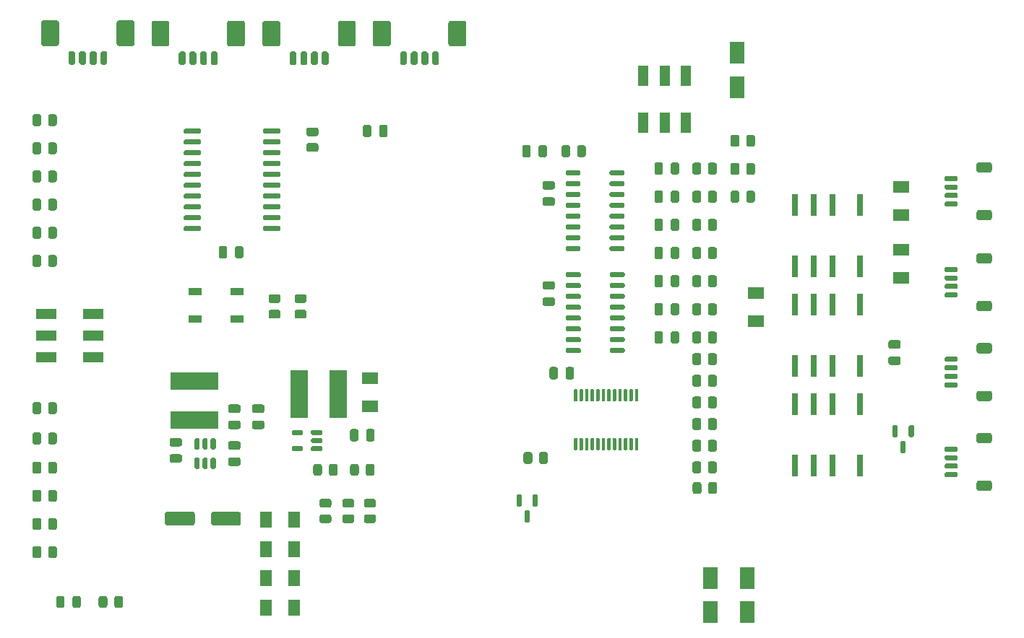
<source format=gtp>
G04 #@! TF.GenerationSoftware,KiCad,Pcbnew,6.0.10-86aedd382b~118~ubuntu18.04.1*
G04 #@! TF.CreationDate,2024-09-27T11:47:30-06:00*
G04 #@! TF.ProjectId,mss-siding,6d73732d-7369-4646-996e-672e6b696361,rev?*
G04 #@! TF.SameCoordinates,Original*
G04 #@! TF.FileFunction,Paste,Top*
G04 #@! TF.FilePolarity,Positive*
%FSLAX46Y46*%
G04 Gerber Fmt 4.6, Leading zero omitted, Abs format (unit mm)*
G04 Created by KiCad (PCBNEW 6.0.10-86aedd382b~118~ubuntu18.04.1) date 2024-09-27 11:47:30*
%MOMM*%
%LPD*%
G01*
G04 APERTURE LIST*
%ADD10R,1.400000X1.900000*%
%ADD11R,5.562600X2.108200*%
%ADD12R,1.900000X1.400000*%
%ADD13R,1.193800X2.489200*%
%ADD14R,1.800000X2.500000*%
%ADD15R,0.800000X2.660000*%
%ADD16R,2.489200X1.193800*%
%ADD17R,1.500000X0.900000*%
%ADD18R,2.108200X5.562600*%
G04 APERTURE END LIST*
G36*
G01*
X47216000Y-185362000D02*
X47216000Y-184462000D01*
G75*
G02*
X47466000Y-184212000I250000J0D01*
G01*
X47991000Y-184212000D01*
G75*
G02*
X48241000Y-184462000I0J-250000D01*
G01*
X48241000Y-185362000D01*
G75*
G02*
X47991000Y-185612000I-250000J0D01*
G01*
X47466000Y-185612000D01*
G75*
G02*
X47216000Y-185362000I0J250000D01*
G01*
G37*
G36*
G01*
X49041000Y-185362000D02*
X49041000Y-184462000D01*
G75*
G02*
X49291000Y-184212000I250000J0D01*
G01*
X49816000Y-184212000D01*
G75*
G02*
X50066000Y-184462000I0J-250000D01*
G01*
X50066000Y-185362000D01*
G75*
G02*
X49816000Y-185612000I-250000J0D01*
G01*
X49291000Y-185612000D01*
G75*
G02*
X49041000Y-185362000I0J250000D01*
G01*
G37*
D10*
X70103000Y-175260000D03*
X66803000Y-175260000D03*
G36*
G01*
X119638500Y-161054750D02*
X119638500Y-161954750D01*
G75*
G02*
X119388500Y-162204750I-250000J0D01*
G01*
X118863500Y-162204750D01*
G75*
G02*
X118613500Y-161954750I0J250000D01*
G01*
X118613500Y-161054750D01*
G75*
G02*
X118863500Y-160804750I250000J0D01*
G01*
X119388500Y-160804750D01*
G75*
G02*
X119638500Y-161054750I0J-250000D01*
G01*
G37*
G36*
G01*
X117813500Y-161054750D02*
X117813500Y-161954750D01*
G75*
G02*
X117563500Y-162204750I-250000J0D01*
G01*
X117038500Y-162204750D01*
G75*
G02*
X116788500Y-161954750I0J250000D01*
G01*
X116788500Y-161054750D01*
G75*
G02*
X117038500Y-160804750I250000J0D01*
G01*
X117563500Y-160804750D01*
G75*
G02*
X117813500Y-161054750I0J-250000D01*
G01*
G37*
G36*
G01*
X42319000Y-168714000D02*
X42319000Y-169614000D01*
G75*
G02*
X42069000Y-169864000I-250000J0D01*
G01*
X41544000Y-169864000D01*
G75*
G02*
X41294000Y-169614000I0J250000D01*
G01*
X41294000Y-168714000D01*
G75*
G02*
X41544000Y-168464000I250000J0D01*
G01*
X42069000Y-168464000D01*
G75*
G02*
X42319000Y-168714000I0J-250000D01*
G01*
G37*
G36*
G01*
X40494000Y-168714000D02*
X40494000Y-169614000D01*
G75*
G02*
X40244000Y-169864000I-250000J0D01*
G01*
X39719000Y-169864000D01*
G75*
G02*
X39469000Y-169614000I0J250000D01*
G01*
X39469000Y-168714000D01*
G75*
G02*
X39719000Y-168464000I250000J0D01*
G01*
X40244000Y-168464000D01*
G75*
G02*
X40494000Y-168714000I0J-250000D01*
G01*
G37*
G36*
G01*
X42319000Y-144457000D02*
X42319000Y-145357000D01*
G75*
G02*
X42069000Y-145607000I-250000J0D01*
G01*
X41544000Y-145607000D01*
G75*
G02*
X41294000Y-145357000I0J250000D01*
G01*
X41294000Y-144457000D01*
G75*
G02*
X41544000Y-144207000I250000J0D01*
G01*
X42069000Y-144207000D01*
G75*
G02*
X42319000Y-144457000I0J-250000D01*
G01*
G37*
G36*
G01*
X40494000Y-144457000D02*
X40494000Y-145357000D01*
G75*
G02*
X40244000Y-145607000I-250000J0D01*
G01*
X39719000Y-145607000D01*
G75*
G02*
X39469000Y-145357000I0J250000D01*
G01*
X39469000Y-144457000D01*
G75*
G02*
X39719000Y-144207000I250000J0D01*
G01*
X40244000Y-144207000D01*
G75*
G02*
X40494000Y-144457000I0J-250000D01*
G01*
G37*
G36*
G01*
X147723000Y-159748750D02*
X146473000Y-159748750D01*
G75*
G02*
X146323000Y-159598750I0J150000D01*
G01*
X146323000Y-159298750D01*
G75*
G02*
X146473000Y-159148750I150000J0D01*
G01*
X147723000Y-159148750D01*
G75*
G02*
X147873000Y-159298750I0J-150000D01*
G01*
X147873000Y-159598750D01*
G75*
G02*
X147723000Y-159748750I-150000J0D01*
G01*
G37*
G36*
G01*
X147723000Y-158748750D02*
X146473000Y-158748750D01*
G75*
G02*
X146323000Y-158598750I0J150000D01*
G01*
X146323000Y-158298750D01*
G75*
G02*
X146473000Y-158148750I150000J0D01*
G01*
X147723000Y-158148750D01*
G75*
G02*
X147873000Y-158298750I0J-150000D01*
G01*
X147873000Y-158598750D01*
G75*
G02*
X147723000Y-158748750I-150000J0D01*
G01*
G37*
G36*
G01*
X147723000Y-157748750D02*
X146473000Y-157748750D01*
G75*
G02*
X146323000Y-157598750I0J150000D01*
G01*
X146323000Y-157298750D01*
G75*
G02*
X146473000Y-157148750I150000J0D01*
G01*
X147723000Y-157148750D01*
G75*
G02*
X147873000Y-157298750I0J-150000D01*
G01*
X147873000Y-157598750D01*
G75*
G02*
X147723000Y-157748750I-150000J0D01*
G01*
G37*
G36*
G01*
X147723000Y-156748750D02*
X146473000Y-156748750D01*
G75*
G02*
X146323000Y-156598750I0J150000D01*
G01*
X146323000Y-156298750D01*
G75*
G02*
X146473000Y-156148750I150000J0D01*
G01*
X147723000Y-156148750D01*
G75*
G02*
X147873000Y-156298750I0J-150000D01*
G01*
X147873000Y-156598750D01*
G75*
G02*
X147723000Y-156748750I-150000J0D01*
G01*
G37*
G36*
G01*
X151623000Y-155748750D02*
X150323000Y-155748750D01*
G75*
G02*
X150073000Y-155498750I0J250000D01*
G01*
X150073000Y-154798750D01*
G75*
G02*
X150323000Y-154548750I250000J0D01*
G01*
X151623000Y-154548750D01*
G75*
G02*
X151873000Y-154798750I0J-250000D01*
G01*
X151873000Y-155498750D01*
G75*
G02*
X151623000Y-155748750I-250000J0D01*
G01*
G37*
G36*
G01*
X151623000Y-161348750D02*
X150323000Y-161348750D01*
G75*
G02*
X150073000Y-161098750I0J250000D01*
G01*
X150073000Y-160398750D01*
G75*
G02*
X150323000Y-160148750I250000J0D01*
G01*
X151623000Y-160148750D01*
G75*
G02*
X151873000Y-160398750I0J-250000D01*
G01*
X151873000Y-161098750D01*
G75*
G02*
X151623000Y-161348750I-250000J0D01*
G01*
G37*
D11*
X58420000Y-158978600D03*
X58420000Y-163576000D03*
G36*
G01*
X101960000Y-146668750D02*
X101960000Y-146368750D01*
G75*
G02*
X102110000Y-146218750I150000J0D01*
G01*
X103560000Y-146218750D01*
G75*
G02*
X103710000Y-146368750I0J-150000D01*
G01*
X103710000Y-146668750D01*
G75*
G02*
X103560000Y-146818750I-150000J0D01*
G01*
X102110000Y-146818750D01*
G75*
G02*
X101960000Y-146668750I0J150000D01*
G01*
G37*
G36*
G01*
X101960000Y-147938750D02*
X101960000Y-147638750D01*
G75*
G02*
X102110000Y-147488750I150000J0D01*
G01*
X103560000Y-147488750D01*
G75*
G02*
X103710000Y-147638750I0J-150000D01*
G01*
X103710000Y-147938750D01*
G75*
G02*
X103560000Y-148088750I-150000J0D01*
G01*
X102110000Y-148088750D01*
G75*
G02*
X101960000Y-147938750I0J150000D01*
G01*
G37*
G36*
G01*
X101960000Y-149208750D02*
X101960000Y-148908750D01*
G75*
G02*
X102110000Y-148758750I150000J0D01*
G01*
X103560000Y-148758750D01*
G75*
G02*
X103710000Y-148908750I0J-150000D01*
G01*
X103710000Y-149208750D01*
G75*
G02*
X103560000Y-149358750I-150000J0D01*
G01*
X102110000Y-149358750D01*
G75*
G02*
X101960000Y-149208750I0J150000D01*
G01*
G37*
G36*
G01*
X101960000Y-150478750D02*
X101960000Y-150178750D01*
G75*
G02*
X102110000Y-150028750I150000J0D01*
G01*
X103560000Y-150028750D01*
G75*
G02*
X103710000Y-150178750I0J-150000D01*
G01*
X103710000Y-150478750D01*
G75*
G02*
X103560000Y-150628750I-150000J0D01*
G01*
X102110000Y-150628750D01*
G75*
G02*
X101960000Y-150478750I0J150000D01*
G01*
G37*
G36*
G01*
X101960000Y-151748750D02*
X101960000Y-151448750D01*
G75*
G02*
X102110000Y-151298750I150000J0D01*
G01*
X103560000Y-151298750D01*
G75*
G02*
X103710000Y-151448750I0J-150000D01*
G01*
X103710000Y-151748750D01*
G75*
G02*
X103560000Y-151898750I-150000J0D01*
G01*
X102110000Y-151898750D01*
G75*
G02*
X101960000Y-151748750I0J150000D01*
G01*
G37*
G36*
G01*
X101960000Y-153018750D02*
X101960000Y-152718750D01*
G75*
G02*
X102110000Y-152568750I150000J0D01*
G01*
X103560000Y-152568750D01*
G75*
G02*
X103710000Y-152718750I0J-150000D01*
G01*
X103710000Y-153018750D01*
G75*
G02*
X103560000Y-153168750I-150000J0D01*
G01*
X102110000Y-153168750D01*
G75*
G02*
X101960000Y-153018750I0J150000D01*
G01*
G37*
G36*
G01*
X101960000Y-154288750D02*
X101960000Y-153988750D01*
G75*
G02*
X102110000Y-153838750I150000J0D01*
G01*
X103560000Y-153838750D01*
G75*
G02*
X103710000Y-153988750I0J-150000D01*
G01*
X103710000Y-154288750D01*
G75*
G02*
X103560000Y-154438750I-150000J0D01*
G01*
X102110000Y-154438750D01*
G75*
G02*
X101960000Y-154288750I0J150000D01*
G01*
G37*
G36*
G01*
X101960000Y-155558750D02*
X101960000Y-155258750D01*
G75*
G02*
X102110000Y-155108750I150000J0D01*
G01*
X103560000Y-155108750D01*
G75*
G02*
X103710000Y-155258750I0J-150000D01*
G01*
X103710000Y-155558750D01*
G75*
G02*
X103560000Y-155708750I-150000J0D01*
G01*
X102110000Y-155708750D01*
G75*
G02*
X101960000Y-155558750I0J150000D01*
G01*
G37*
G36*
G01*
X107110000Y-155558750D02*
X107110000Y-155258750D01*
G75*
G02*
X107260000Y-155108750I150000J0D01*
G01*
X108710000Y-155108750D01*
G75*
G02*
X108860000Y-155258750I0J-150000D01*
G01*
X108860000Y-155558750D01*
G75*
G02*
X108710000Y-155708750I-150000J0D01*
G01*
X107260000Y-155708750D01*
G75*
G02*
X107110000Y-155558750I0J150000D01*
G01*
G37*
G36*
G01*
X107110000Y-154288750D02*
X107110000Y-153988750D01*
G75*
G02*
X107260000Y-153838750I150000J0D01*
G01*
X108710000Y-153838750D01*
G75*
G02*
X108860000Y-153988750I0J-150000D01*
G01*
X108860000Y-154288750D01*
G75*
G02*
X108710000Y-154438750I-150000J0D01*
G01*
X107260000Y-154438750D01*
G75*
G02*
X107110000Y-154288750I0J150000D01*
G01*
G37*
G36*
G01*
X107110000Y-153018750D02*
X107110000Y-152718750D01*
G75*
G02*
X107260000Y-152568750I150000J0D01*
G01*
X108710000Y-152568750D01*
G75*
G02*
X108860000Y-152718750I0J-150000D01*
G01*
X108860000Y-153018750D01*
G75*
G02*
X108710000Y-153168750I-150000J0D01*
G01*
X107260000Y-153168750D01*
G75*
G02*
X107110000Y-153018750I0J150000D01*
G01*
G37*
G36*
G01*
X107110000Y-151748750D02*
X107110000Y-151448750D01*
G75*
G02*
X107260000Y-151298750I150000J0D01*
G01*
X108710000Y-151298750D01*
G75*
G02*
X108860000Y-151448750I0J-150000D01*
G01*
X108860000Y-151748750D01*
G75*
G02*
X108710000Y-151898750I-150000J0D01*
G01*
X107260000Y-151898750D01*
G75*
G02*
X107110000Y-151748750I0J150000D01*
G01*
G37*
G36*
G01*
X107110000Y-150478750D02*
X107110000Y-150178750D01*
G75*
G02*
X107260000Y-150028750I150000J0D01*
G01*
X108710000Y-150028750D01*
G75*
G02*
X108860000Y-150178750I0J-150000D01*
G01*
X108860000Y-150478750D01*
G75*
G02*
X108710000Y-150628750I-150000J0D01*
G01*
X107260000Y-150628750D01*
G75*
G02*
X107110000Y-150478750I0J150000D01*
G01*
G37*
G36*
G01*
X107110000Y-149208750D02*
X107110000Y-148908750D01*
G75*
G02*
X107260000Y-148758750I150000J0D01*
G01*
X108710000Y-148758750D01*
G75*
G02*
X108860000Y-148908750I0J-150000D01*
G01*
X108860000Y-149208750D01*
G75*
G02*
X108710000Y-149358750I-150000J0D01*
G01*
X107260000Y-149358750D01*
G75*
G02*
X107110000Y-149208750I0J150000D01*
G01*
G37*
G36*
G01*
X107110000Y-147938750D02*
X107110000Y-147638750D01*
G75*
G02*
X107260000Y-147488750I150000J0D01*
G01*
X108710000Y-147488750D01*
G75*
G02*
X108860000Y-147638750I0J-150000D01*
G01*
X108860000Y-147938750D01*
G75*
G02*
X108710000Y-148088750I-150000J0D01*
G01*
X107260000Y-148088750D01*
G75*
G02*
X107110000Y-147938750I0J150000D01*
G01*
G37*
G36*
G01*
X107110000Y-146668750D02*
X107110000Y-146368750D01*
G75*
G02*
X107260000Y-146218750I150000J0D01*
G01*
X108710000Y-146218750D01*
G75*
G02*
X108860000Y-146368750I0J-150000D01*
G01*
X108860000Y-146668750D01*
G75*
G02*
X108710000Y-146818750I-150000J0D01*
G01*
X107260000Y-146818750D01*
G75*
G02*
X107110000Y-146668750I0J150000D01*
G01*
G37*
G36*
G01*
X119638500Y-136924750D02*
X119638500Y-137824750D01*
G75*
G02*
X119388500Y-138074750I-250000J0D01*
G01*
X118863500Y-138074750D01*
G75*
G02*
X118613500Y-137824750I0J250000D01*
G01*
X118613500Y-136924750D01*
G75*
G02*
X118863500Y-136674750I250000J0D01*
G01*
X119388500Y-136674750D01*
G75*
G02*
X119638500Y-136924750I0J-250000D01*
G01*
G37*
G36*
G01*
X117813500Y-136924750D02*
X117813500Y-137824750D01*
G75*
G02*
X117563500Y-138074750I-250000J0D01*
G01*
X117038500Y-138074750D01*
G75*
G02*
X116788500Y-137824750I0J250000D01*
G01*
X116788500Y-136924750D01*
G75*
G02*
X117038500Y-136674750I250000J0D01*
G01*
X117563500Y-136674750D01*
G75*
G02*
X117813500Y-136924750I0J-250000D01*
G01*
G37*
G36*
G01*
X73428000Y-166789000D02*
X73428000Y-167089000D01*
G75*
G02*
X73278000Y-167239000I-150000J0D01*
G01*
X72253000Y-167239000D01*
G75*
G02*
X72103000Y-167089000I0J150000D01*
G01*
X72103000Y-166789000D01*
G75*
G02*
X72253000Y-166639000I150000J0D01*
G01*
X73278000Y-166639000D01*
G75*
G02*
X73428000Y-166789000I0J-150000D01*
G01*
G37*
G36*
G01*
X73428000Y-165839000D02*
X73428000Y-166139000D01*
G75*
G02*
X73278000Y-166289000I-150000J0D01*
G01*
X72253000Y-166289000D01*
G75*
G02*
X72103000Y-166139000I0J150000D01*
G01*
X72103000Y-165839000D01*
G75*
G02*
X72253000Y-165689000I150000J0D01*
G01*
X73278000Y-165689000D01*
G75*
G02*
X73428000Y-165839000I0J-150000D01*
G01*
G37*
G36*
G01*
X73428000Y-164889000D02*
X73428000Y-165189000D01*
G75*
G02*
X73278000Y-165339000I-150000J0D01*
G01*
X72253000Y-165339000D01*
G75*
G02*
X72103000Y-165189000I0J150000D01*
G01*
X72103000Y-164889000D01*
G75*
G02*
X72253000Y-164739000I150000J0D01*
G01*
X73278000Y-164739000D01*
G75*
G02*
X73428000Y-164889000I0J-150000D01*
G01*
G37*
G36*
G01*
X71153000Y-164889000D02*
X71153000Y-165189000D01*
G75*
G02*
X71003000Y-165339000I-150000J0D01*
G01*
X69978000Y-165339000D01*
G75*
G02*
X69828000Y-165189000I0J150000D01*
G01*
X69828000Y-164889000D01*
G75*
G02*
X69978000Y-164739000I150000J0D01*
G01*
X71003000Y-164739000D01*
G75*
G02*
X71153000Y-164889000I0J-150000D01*
G01*
G37*
G36*
G01*
X71153000Y-166789000D02*
X71153000Y-167089000D01*
G75*
G02*
X71003000Y-167239000I-150000J0D01*
G01*
X69978000Y-167239000D01*
G75*
G02*
X69828000Y-167089000I0J150000D01*
G01*
X69828000Y-166789000D01*
G75*
G02*
X69978000Y-166639000I150000J0D01*
G01*
X71003000Y-166639000D01*
G75*
G02*
X71153000Y-166789000I0J-150000D01*
G01*
G37*
D12*
X124206000Y-151978750D03*
X124206000Y-148678750D03*
G36*
G01*
X124107000Y-133662000D02*
X124107000Y-134562000D01*
G75*
G02*
X123857000Y-134812000I-250000J0D01*
G01*
X123332000Y-134812000D01*
G75*
G02*
X123082000Y-134562000I0J250000D01*
G01*
X123082000Y-133662000D01*
G75*
G02*
X123332000Y-133412000I250000J0D01*
G01*
X123857000Y-133412000D01*
G75*
G02*
X124107000Y-133662000I0J-250000D01*
G01*
G37*
G36*
G01*
X122282000Y-133662000D02*
X122282000Y-134562000D01*
G75*
G02*
X122032000Y-134812000I-250000J0D01*
G01*
X121507000Y-134812000D01*
G75*
G02*
X121257000Y-134562000I0J250000D01*
G01*
X121257000Y-133662000D01*
G75*
G02*
X121507000Y-133412000I250000J0D01*
G01*
X122032000Y-133412000D01*
G75*
G02*
X122282000Y-133662000I0J-250000D01*
G01*
G37*
G36*
G01*
X115242000Y-150107750D02*
X115242000Y-151057750D01*
G75*
G02*
X114992000Y-151307750I-250000J0D01*
G01*
X114492000Y-151307750D01*
G75*
G02*
X114242000Y-151057750I0J250000D01*
G01*
X114242000Y-150107750D01*
G75*
G02*
X114492000Y-149857750I250000J0D01*
G01*
X114992000Y-149857750D01*
G75*
G02*
X115242000Y-150107750I0J-250000D01*
G01*
G37*
G36*
G01*
X113342000Y-150107750D02*
X113342000Y-151057750D01*
G75*
G02*
X113092000Y-151307750I-250000J0D01*
G01*
X112592000Y-151307750D01*
G75*
G02*
X112342000Y-151057750I0J250000D01*
G01*
X112342000Y-150107750D01*
G75*
G02*
X112592000Y-149857750I250000J0D01*
G01*
X113092000Y-149857750D01*
G75*
G02*
X113342000Y-150107750I0J-250000D01*
G01*
G37*
G36*
G01*
X61163000Y-120537000D02*
X61163000Y-121737000D01*
G75*
G02*
X60963000Y-121937000I-200000J0D01*
G01*
X60563000Y-121937000D01*
G75*
G02*
X60363000Y-121737000I0J200000D01*
G01*
X60363000Y-120537000D01*
G75*
G02*
X60563000Y-120337000I200000J0D01*
G01*
X60963000Y-120337000D01*
G75*
G02*
X61163000Y-120537000I0J-200000D01*
G01*
G37*
G36*
G01*
X59913000Y-120537000D02*
X59913000Y-121737000D01*
G75*
G02*
X59713000Y-121937000I-200000J0D01*
G01*
X59313000Y-121937000D01*
G75*
G02*
X59113000Y-121737000I0J200000D01*
G01*
X59113000Y-120537000D01*
G75*
G02*
X59313000Y-120337000I200000J0D01*
G01*
X59713000Y-120337000D01*
G75*
G02*
X59913000Y-120537000I0J-200000D01*
G01*
G37*
G36*
G01*
X58663000Y-120537000D02*
X58663000Y-121737000D01*
G75*
G02*
X58463000Y-121937000I-200000J0D01*
G01*
X58063000Y-121937000D01*
G75*
G02*
X57863000Y-121737000I0J200000D01*
G01*
X57863000Y-120537000D01*
G75*
G02*
X58063000Y-120337000I200000J0D01*
G01*
X58463000Y-120337000D01*
G75*
G02*
X58663000Y-120537000I0J-200000D01*
G01*
G37*
G36*
G01*
X57413000Y-120537000D02*
X57413000Y-121737000D01*
G75*
G02*
X57213000Y-121937000I-200000J0D01*
G01*
X56813000Y-121937000D01*
G75*
G02*
X56613000Y-121737000I0J200000D01*
G01*
X56613000Y-120537000D01*
G75*
G02*
X56813000Y-120337000I200000J0D01*
G01*
X57213000Y-120337000D01*
G75*
G02*
X57413000Y-120537000I0J-200000D01*
G01*
G37*
G36*
G01*
X55513000Y-116987001D02*
X55513000Y-119486999D01*
G75*
G02*
X55262999Y-119737000I-250001J0D01*
G01*
X53663001Y-119737000D01*
G75*
G02*
X53413000Y-119486999I0J250001D01*
G01*
X53413000Y-116987001D01*
G75*
G02*
X53663001Y-116737000I250001J0D01*
G01*
X55262999Y-116737000D01*
G75*
G02*
X55513000Y-116987001I0J-250001D01*
G01*
G37*
G36*
G01*
X64363000Y-116987001D02*
X64363000Y-119486999D01*
G75*
G02*
X64112999Y-119737000I-250001J0D01*
G01*
X62513001Y-119737000D01*
G75*
G02*
X62263000Y-119486999I0J250001D01*
G01*
X62263000Y-116987001D01*
G75*
G02*
X62513001Y-116737000I250001J0D01*
G01*
X64112999Y-116737000D01*
G75*
G02*
X64363000Y-116987001I0J-250001D01*
G01*
G37*
G36*
G01*
X116788500Y-156874750D02*
X116788500Y-155974750D01*
G75*
G02*
X117038500Y-155724750I250000J0D01*
G01*
X117563500Y-155724750D01*
G75*
G02*
X117813500Y-155974750I0J-250000D01*
G01*
X117813500Y-156874750D01*
G75*
G02*
X117563500Y-157124750I-250000J0D01*
G01*
X117038500Y-157124750D01*
G75*
G02*
X116788500Y-156874750I0J250000D01*
G01*
G37*
G36*
G01*
X118613500Y-156874750D02*
X118613500Y-155974750D01*
G75*
G02*
X118863500Y-155724750I250000J0D01*
G01*
X119388500Y-155724750D01*
G75*
G02*
X119638500Y-155974750I0J-250000D01*
G01*
X119638500Y-156874750D01*
G75*
G02*
X119388500Y-157124750I-250000J0D01*
G01*
X118863500Y-157124750D01*
G75*
G02*
X118613500Y-156874750I0J250000D01*
G01*
G37*
G36*
G01*
X115242000Y-133597750D02*
X115242000Y-134547750D01*
G75*
G02*
X114992000Y-134797750I-250000J0D01*
G01*
X114492000Y-134797750D01*
G75*
G02*
X114242000Y-134547750I0J250000D01*
G01*
X114242000Y-133597750D01*
G75*
G02*
X114492000Y-133347750I250000J0D01*
G01*
X114992000Y-133347750D01*
G75*
G02*
X115242000Y-133597750I0J-250000D01*
G01*
G37*
G36*
G01*
X113342000Y-133597750D02*
X113342000Y-134547750D01*
G75*
G02*
X113092000Y-134797750I-250000J0D01*
G01*
X112592000Y-134797750D01*
G75*
G02*
X112342000Y-134547750I0J250000D01*
G01*
X112342000Y-133597750D01*
G75*
G02*
X112592000Y-133347750I250000J0D01*
G01*
X113092000Y-133347750D01*
G75*
G02*
X113342000Y-133597750I0J-250000D01*
G01*
G37*
G36*
G01*
X139987000Y-154212750D02*
X140937000Y-154212750D01*
G75*
G02*
X141187000Y-154462750I0J-250000D01*
G01*
X141187000Y-154962750D01*
G75*
G02*
X140937000Y-155212750I-250000J0D01*
G01*
X139987000Y-155212750D01*
G75*
G02*
X139737000Y-154962750I0J250000D01*
G01*
X139737000Y-154462750D01*
G75*
G02*
X139987000Y-154212750I250000J0D01*
G01*
G37*
G36*
G01*
X139987000Y-156112750D02*
X140937000Y-156112750D01*
G75*
G02*
X141187000Y-156362750I0J-250000D01*
G01*
X141187000Y-156862750D01*
G75*
G02*
X140937000Y-157112750I-250000J0D01*
G01*
X139987000Y-157112750D01*
G75*
G02*
X139737000Y-156862750I0J250000D01*
G01*
X139737000Y-156362750D01*
G75*
G02*
X139987000Y-156112750I250000J0D01*
G01*
G37*
G36*
G01*
X42263000Y-185368250D02*
X42263000Y-184455750D01*
G75*
G02*
X42506750Y-184212000I243750J0D01*
G01*
X42994250Y-184212000D01*
G75*
G02*
X43238000Y-184455750I0J-243750D01*
G01*
X43238000Y-185368250D01*
G75*
G02*
X42994250Y-185612000I-243750J0D01*
G01*
X42506750Y-185612000D01*
G75*
G02*
X42263000Y-185368250I0J243750D01*
G01*
G37*
G36*
G01*
X44138000Y-185368250D02*
X44138000Y-184455750D01*
G75*
G02*
X44381750Y-184212000I243750J0D01*
G01*
X44869250Y-184212000D01*
G75*
G02*
X45113000Y-184455750I0J-243750D01*
G01*
X45113000Y-185368250D01*
G75*
G02*
X44869250Y-185612000I-243750J0D01*
G01*
X44381750Y-185612000D01*
G75*
G02*
X44138000Y-185368250I0J243750D01*
G01*
G37*
D13*
X116038000Y-123188850D03*
X113538000Y-123188850D03*
X111038000Y-123188850D03*
X116038000Y-128700650D03*
X113538000Y-128700650D03*
X111038000Y-128700650D03*
D14*
X118872000Y-186110750D03*
X118872000Y-182110750D03*
G36*
G01*
X119638500Y-133622750D02*
X119638500Y-134522750D01*
G75*
G02*
X119388500Y-134772750I-250000J0D01*
G01*
X118863500Y-134772750D01*
G75*
G02*
X118613500Y-134522750I0J250000D01*
G01*
X118613500Y-133622750D01*
G75*
G02*
X118863500Y-133372750I250000J0D01*
G01*
X119388500Y-133372750D01*
G75*
G02*
X119638500Y-133622750I0J-250000D01*
G01*
G37*
G36*
G01*
X117813500Y-133622750D02*
X117813500Y-134522750D01*
G75*
G02*
X117563500Y-134772750I-250000J0D01*
G01*
X117038500Y-134772750D01*
G75*
G02*
X116788500Y-134522750I0J250000D01*
G01*
X116788500Y-133622750D01*
G75*
G02*
X117038500Y-133372750I250000J0D01*
G01*
X117563500Y-133372750D01*
G75*
G02*
X117813500Y-133622750I0J-250000D01*
G01*
G37*
G36*
G01*
X55786000Y-165682000D02*
X56736000Y-165682000D01*
G75*
G02*
X56986000Y-165932000I0J-250000D01*
G01*
X56986000Y-166432000D01*
G75*
G02*
X56736000Y-166682000I-250000J0D01*
G01*
X55786000Y-166682000D01*
G75*
G02*
X55536000Y-166432000I0J250000D01*
G01*
X55536000Y-165932000D01*
G75*
G02*
X55786000Y-165682000I250000J0D01*
G01*
G37*
G36*
G01*
X55786000Y-167582000D02*
X56736000Y-167582000D01*
G75*
G02*
X56986000Y-167832000I0J-250000D01*
G01*
X56986000Y-168332000D01*
G75*
G02*
X56736000Y-168582000I-250000J0D01*
G01*
X55786000Y-168582000D01*
G75*
G02*
X55536000Y-168332000I0J250000D01*
G01*
X55536000Y-167832000D01*
G75*
G02*
X55786000Y-167582000I250000J0D01*
G01*
G37*
G36*
G01*
X42319000Y-137853000D02*
X42319000Y-138753000D01*
G75*
G02*
X42069000Y-139003000I-250000J0D01*
G01*
X41544000Y-139003000D01*
G75*
G02*
X41294000Y-138753000I0J250000D01*
G01*
X41294000Y-137853000D01*
G75*
G02*
X41544000Y-137603000I250000J0D01*
G01*
X42069000Y-137603000D01*
G75*
G02*
X42319000Y-137853000I0J-250000D01*
G01*
G37*
G36*
G01*
X40494000Y-137853000D02*
X40494000Y-138753000D01*
G75*
G02*
X40244000Y-139003000I-250000J0D01*
G01*
X39719000Y-139003000D01*
G75*
G02*
X39469000Y-138753000I0J250000D01*
G01*
X39469000Y-137853000D01*
G75*
G02*
X39719000Y-137603000I250000J0D01*
G01*
X40244000Y-137603000D01*
G75*
G02*
X40494000Y-137853000I0J-250000D01*
G01*
G37*
G36*
G01*
X119638500Y-146830750D02*
X119638500Y-147730750D01*
G75*
G02*
X119388500Y-147980750I-250000J0D01*
G01*
X118863500Y-147980750D01*
G75*
G02*
X118613500Y-147730750I0J250000D01*
G01*
X118613500Y-146830750D01*
G75*
G02*
X118863500Y-146580750I250000J0D01*
G01*
X119388500Y-146580750D01*
G75*
G02*
X119638500Y-146830750I0J-250000D01*
G01*
G37*
G36*
G01*
X117813500Y-146830750D02*
X117813500Y-147730750D01*
G75*
G02*
X117563500Y-147980750I-250000J0D01*
G01*
X117038500Y-147980750D01*
G75*
G02*
X116788500Y-147730750I0J250000D01*
G01*
X116788500Y-146830750D01*
G75*
G02*
X117038500Y-146580750I250000J0D01*
G01*
X117563500Y-146580750D01*
G75*
G02*
X117813500Y-146830750I0J-250000D01*
G01*
G37*
D15*
X136410700Y-150036650D03*
X133210300Y-150036650D03*
X131000500Y-150036650D03*
X128790700Y-150036650D03*
X128790700Y-157224850D03*
X131000500Y-157224850D03*
X133210300Y-157224850D03*
X136410700Y-157224850D03*
X136410700Y-161720650D03*
X133210300Y-161720650D03*
X131000500Y-161720650D03*
X128790700Y-161720650D03*
X128790700Y-168908850D03*
X131000500Y-168908850D03*
X133210300Y-168908850D03*
X136410700Y-168908850D03*
X136410700Y-138352650D03*
X133210300Y-138352650D03*
X131000500Y-138352650D03*
X128790700Y-138352650D03*
X128790700Y-145540850D03*
X131000500Y-145540850D03*
X133210300Y-145540850D03*
X136410700Y-145540850D03*
G36*
G01*
X42319000Y-141155000D02*
X42319000Y-142055000D01*
G75*
G02*
X42069000Y-142305000I-250000J0D01*
G01*
X41544000Y-142305000D01*
G75*
G02*
X41294000Y-142055000I0J250000D01*
G01*
X41294000Y-141155000D01*
G75*
G02*
X41544000Y-140905000I250000J0D01*
G01*
X42069000Y-140905000D01*
G75*
G02*
X42319000Y-141155000I0J-250000D01*
G01*
G37*
G36*
G01*
X40494000Y-141155000D02*
X40494000Y-142055000D01*
G75*
G02*
X40244000Y-142305000I-250000J0D01*
G01*
X39719000Y-142305000D01*
G75*
G02*
X39469000Y-142055000I0J250000D01*
G01*
X39469000Y-141155000D01*
G75*
G02*
X39719000Y-140905000I250000J0D01*
G01*
X40244000Y-140905000D01*
G75*
G02*
X40494000Y-141155000I0J-250000D01*
G01*
G37*
G36*
G01*
X116788500Y-159414750D02*
X116788500Y-158514750D01*
G75*
G02*
X117038500Y-158264750I250000J0D01*
G01*
X117563500Y-158264750D01*
G75*
G02*
X117813500Y-158514750I0J-250000D01*
G01*
X117813500Y-159414750D01*
G75*
G02*
X117563500Y-159664750I-250000J0D01*
G01*
X117038500Y-159664750D01*
G75*
G02*
X116788500Y-159414750I0J250000D01*
G01*
G37*
G36*
G01*
X118613500Y-159414750D02*
X118613500Y-158514750D01*
G75*
G02*
X118863500Y-158264750I250000J0D01*
G01*
X119388500Y-158264750D01*
G75*
G02*
X119638500Y-158514750I0J-250000D01*
G01*
X119638500Y-159414750D01*
G75*
G02*
X119388500Y-159664750I-250000J0D01*
G01*
X118863500Y-159664750D01*
G75*
G02*
X118613500Y-159414750I0J250000D01*
G01*
G37*
G36*
G01*
X42319000Y-172016000D02*
X42319000Y-172916000D01*
G75*
G02*
X42069000Y-173166000I-250000J0D01*
G01*
X41544000Y-173166000D01*
G75*
G02*
X41294000Y-172916000I0J250000D01*
G01*
X41294000Y-172016000D01*
G75*
G02*
X41544000Y-171766000I250000J0D01*
G01*
X42069000Y-171766000D01*
G75*
G02*
X42319000Y-172016000I0J-250000D01*
G01*
G37*
G36*
G01*
X40494000Y-172016000D02*
X40494000Y-172916000D01*
G75*
G02*
X40244000Y-173166000I-250000J0D01*
G01*
X39719000Y-173166000D01*
G75*
G02*
X39469000Y-172916000I0J250000D01*
G01*
X39469000Y-172016000D01*
G75*
G02*
X39719000Y-171766000I250000J0D01*
G01*
X40244000Y-171766000D01*
G75*
G02*
X40494000Y-172016000I0J-250000D01*
G01*
G37*
G36*
G01*
X71316000Y-151666000D02*
X70416000Y-151666000D01*
G75*
G02*
X70166000Y-151416000I0J250000D01*
G01*
X70166000Y-150891000D01*
G75*
G02*
X70416000Y-150641000I250000J0D01*
G01*
X71316000Y-150641000D01*
G75*
G02*
X71566000Y-150891000I0J-250000D01*
G01*
X71566000Y-151416000D01*
G75*
G02*
X71316000Y-151666000I-250000J0D01*
G01*
G37*
G36*
G01*
X71316000Y-149841000D02*
X70416000Y-149841000D01*
G75*
G02*
X70166000Y-149591000I0J250000D01*
G01*
X70166000Y-149066000D01*
G75*
G02*
X70416000Y-148816000I250000J0D01*
G01*
X71316000Y-148816000D01*
G75*
G02*
X71566000Y-149066000I0J-250000D01*
G01*
X71566000Y-149591000D01*
G75*
G02*
X71316000Y-149841000I-250000J0D01*
G01*
G37*
G36*
G01*
X42319000Y-134551000D02*
X42319000Y-135451000D01*
G75*
G02*
X42069000Y-135701000I-250000J0D01*
G01*
X41544000Y-135701000D01*
G75*
G02*
X41294000Y-135451000I0J250000D01*
G01*
X41294000Y-134551000D01*
G75*
G02*
X41544000Y-134301000I250000J0D01*
G01*
X42069000Y-134301000D01*
G75*
G02*
X42319000Y-134551000I0J-250000D01*
G01*
G37*
G36*
G01*
X40494000Y-134551000D02*
X40494000Y-135451000D01*
G75*
G02*
X40244000Y-135701000I-250000J0D01*
G01*
X39719000Y-135701000D01*
G75*
G02*
X39469000Y-135451000I0J250000D01*
G01*
X39469000Y-134551000D01*
G75*
G02*
X39719000Y-134301000I250000J0D01*
G01*
X40244000Y-134301000D01*
G75*
G02*
X40494000Y-134551000I0J-250000D01*
G01*
G37*
G36*
G01*
X101925000Y-134730750D02*
X101925000Y-134430750D01*
G75*
G02*
X102075000Y-134280750I150000J0D01*
G01*
X103525000Y-134280750D01*
G75*
G02*
X103675000Y-134430750I0J-150000D01*
G01*
X103675000Y-134730750D01*
G75*
G02*
X103525000Y-134880750I-150000J0D01*
G01*
X102075000Y-134880750D01*
G75*
G02*
X101925000Y-134730750I0J150000D01*
G01*
G37*
G36*
G01*
X101925000Y-136000750D02*
X101925000Y-135700750D01*
G75*
G02*
X102075000Y-135550750I150000J0D01*
G01*
X103525000Y-135550750D01*
G75*
G02*
X103675000Y-135700750I0J-150000D01*
G01*
X103675000Y-136000750D01*
G75*
G02*
X103525000Y-136150750I-150000J0D01*
G01*
X102075000Y-136150750D01*
G75*
G02*
X101925000Y-136000750I0J150000D01*
G01*
G37*
G36*
G01*
X101925000Y-137270750D02*
X101925000Y-136970750D01*
G75*
G02*
X102075000Y-136820750I150000J0D01*
G01*
X103525000Y-136820750D01*
G75*
G02*
X103675000Y-136970750I0J-150000D01*
G01*
X103675000Y-137270750D01*
G75*
G02*
X103525000Y-137420750I-150000J0D01*
G01*
X102075000Y-137420750D01*
G75*
G02*
X101925000Y-137270750I0J150000D01*
G01*
G37*
G36*
G01*
X101925000Y-138540750D02*
X101925000Y-138240750D01*
G75*
G02*
X102075000Y-138090750I150000J0D01*
G01*
X103525000Y-138090750D01*
G75*
G02*
X103675000Y-138240750I0J-150000D01*
G01*
X103675000Y-138540750D01*
G75*
G02*
X103525000Y-138690750I-150000J0D01*
G01*
X102075000Y-138690750D01*
G75*
G02*
X101925000Y-138540750I0J150000D01*
G01*
G37*
G36*
G01*
X101925000Y-139810750D02*
X101925000Y-139510750D01*
G75*
G02*
X102075000Y-139360750I150000J0D01*
G01*
X103525000Y-139360750D01*
G75*
G02*
X103675000Y-139510750I0J-150000D01*
G01*
X103675000Y-139810750D01*
G75*
G02*
X103525000Y-139960750I-150000J0D01*
G01*
X102075000Y-139960750D01*
G75*
G02*
X101925000Y-139810750I0J150000D01*
G01*
G37*
G36*
G01*
X101925000Y-141080750D02*
X101925000Y-140780750D01*
G75*
G02*
X102075000Y-140630750I150000J0D01*
G01*
X103525000Y-140630750D01*
G75*
G02*
X103675000Y-140780750I0J-150000D01*
G01*
X103675000Y-141080750D01*
G75*
G02*
X103525000Y-141230750I-150000J0D01*
G01*
X102075000Y-141230750D01*
G75*
G02*
X101925000Y-141080750I0J150000D01*
G01*
G37*
G36*
G01*
X101925000Y-142350750D02*
X101925000Y-142050750D01*
G75*
G02*
X102075000Y-141900750I150000J0D01*
G01*
X103525000Y-141900750D01*
G75*
G02*
X103675000Y-142050750I0J-150000D01*
G01*
X103675000Y-142350750D01*
G75*
G02*
X103525000Y-142500750I-150000J0D01*
G01*
X102075000Y-142500750D01*
G75*
G02*
X101925000Y-142350750I0J150000D01*
G01*
G37*
G36*
G01*
X101925000Y-143620750D02*
X101925000Y-143320750D01*
G75*
G02*
X102075000Y-143170750I150000J0D01*
G01*
X103525000Y-143170750D01*
G75*
G02*
X103675000Y-143320750I0J-150000D01*
G01*
X103675000Y-143620750D01*
G75*
G02*
X103525000Y-143770750I-150000J0D01*
G01*
X102075000Y-143770750D01*
G75*
G02*
X101925000Y-143620750I0J150000D01*
G01*
G37*
G36*
G01*
X107075000Y-143620750D02*
X107075000Y-143320750D01*
G75*
G02*
X107225000Y-143170750I150000J0D01*
G01*
X108675000Y-143170750D01*
G75*
G02*
X108825000Y-143320750I0J-150000D01*
G01*
X108825000Y-143620750D01*
G75*
G02*
X108675000Y-143770750I-150000J0D01*
G01*
X107225000Y-143770750D01*
G75*
G02*
X107075000Y-143620750I0J150000D01*
G01*
G37*
G36*
G01*
X107075000Y-142350750D02*
X107075000Y-142050750D01*
G75*
G02*
X107225000Y-141900750I150000J0D01*
G01*
X108675000Y-141900750D01*
G75*
G02*
X108825000Y-142050750I0J-150000D01*
G01*
X108825000Y-142350750D01*
G75*
G02*
X108675000Y-142500750I-150000J0D01*
G01*
X107225000Y-142500750D01*
G75*
G02*
X107075000Y-142350750I0J150000D01*
G01*
G37*
G36*
G01*
X107075000Y-141080750D02*
X107075000Y-140780750D01*
G75*
G02*
X107225000Y-140630750I150000J0D01*
G01*
X108675000Y-140630750D01*
G75*
G02*
X108825000Y-140780750I0J-150000D01*
G01*
X108825000Y-141080750D01*
G75*
G02*
X108675000Y-141230750I-150000J0D01*
G01*
X107225000Y-141230750D01*
G75*
G02*
X107075000Y-141080750I0J150000D01*
G01*
G37*
G36*
G01*
X107075000Y-139810750D02*
X107075000Y-139510750D01*
G75*
G02*
X107225000Y-139360750I150000J0D01*
G01*
X108675000Y-139360750D01*
G75*
G02*
X108825000Y-139510750I0J-150000D01*
G01*
X108825000Y-139810750D01*
G75*
G02*
X108675000Y-139960750I-150000J0D01*
G01*
X107225000Y-139960750D01*
G75*
G02*
X107075000Y-139810750I0J150000D01*
G01*
G37*
G36*
G01*
X107075000Y-138540750D02*
X107075000Y-138240750D01*
G75*
G02*
X107225000Y-138090750I150000J0D01*
G01*
X108675000Y-138090750D01*
G75*
G02*
X108825000Y-138240750I0J-150000D01*
G01*
X108825000Y-138540750D01*
G75*
G02*
X108675000Y-138690750I-150000J0D01*
G01*
X107225000Y-138690750D01*
G75*
G02*
X107075000Y-138540750I0J150000D01*
G01*
G37*
G36*
G01*
X107075000Y-137270750D02*
X107075000Y-136970750D01*
G75*
G02*
X107225000Y-136820750I150000J0D01*
G01*
X108675000Y-136820750D01*
G75*
G02*
X108825000Y-136970750I0J-150000D01*
G01*
X108825000Y-137270750D01*
G75*
G02*
X108675000Y-137420750I-150000J0D01*
G01*
X107225000Y-137420750D01*
G75*
G02*
X107075000Y-137270750I0J150000D01*
G01*
G37*
G36*
G01*
X107075000Y-136000750D02*
X107075000Y-135700750D01*
G75*
G02*
X107225000Y-135550750I150000J0D01*
G01*
X108675000Y-135550750D01*
G75*
G02*
X108825000Y-135700750I0J-150000D01*
G01*
X108825000Y-136000750D01*
G75*
G02*
X108675000Y-136150750I-150000J0D01*
G01*
X107225000Y-136150750D01*
G75*
G02*
X107075000Y-136000750I0J150000D01*
G01*
G37*
G36*
G01*
X107075000Y-134730750D02*
X107075000Y-134430750D01*
G75*
G02*
X107225000Y-134280750I150000J0D01*
G01*
X108675000Y-134280750D01*
G75*
G02*
X108825000Y-134430750I0J-150000D01*
G01*
X108825000Y-134730750D01*
G75*
G02*
X108675000Y-134880750I-150000J0D01*
G01*
X107225000Y-134880750D01*
G75*
G02*
X107075000Y-134730750I0J150000D01*
G01*
G37*
G36*
G01*
X99474000Y-135543750D02*
X100424000Y-135543750D01*
G75*
G02*
X100674000Y-135793750I0J-250000D01*
G01*
X100674000Y-136293750D01*
G75*
G02*
X100424000Y-136543750I-250000J0D01*
G01*
X99474000Y-136543750D01*
G75*
G02*
X99224000Y-136293750I0J250000D01*
G01*
X99224000Y-135793750D01*
G75*
G02*
X99474000Y-135543750I250000J0D01*
G01*
G37*
G36*
G01*
X99474000Y-137443750D02*
X100424000Y-137443750D01*
G75*
G02*
X100674000Y-137693750I0J-250000D01*
G01*
X100674000Y-138193750D01*
G75*
G02*
X100424000Y-138443750I-250000J0D01*
G01*
X99474000Y-138443750D01*
G75*
G02*
X99224000Y-138193750I0J250000D01*
G01*
X99224000Y-137693750D01*
G75*
G02*
X99474000Y-137443750I250000J0D01*
G01*
G37*
D16*
X46570900Y-156170000D03*
X46570900Y-153670000D03*
X46570900Y-151170000D03*
X41059100Y-156170000D03*
X41059100Y-153670000D03*
X41059100Y-151170000D03*
G36*
G01*
X119638500Y-143528750D02*
X119638500Y-144428750D01*
G75*
G02*
X119388500Y-144678750I-250000J0D01*
G01*
X118863500Y-144678750D01*
G75*
G02*
X118613500Y-144428750I0J250000D01*
G01*
X118613500Y-143528750D01*
G75*
G02*
X118863500Y-143278750I250000J0D01*
G01*
X119388500Y-143278750D01*
G75*
G02*
X119638500Y-143528750I0J-250000D01*
G01*
G37*
G36*
G01*
X117813500Y-143528750D02*
X117813500Y-144428750D01*
G75*
G02*
X117563500Y-144678750I-250000J0D01*
G01*
X117038500Y-144678750D01*
G75*
G02*
X116788500Y-144428750I0J250000D01*
G01*
X116788500Y-143528750D01*
G75*
G02*
X117038500Y-143278750I250000J0D01*
G01*
X117563500Y-143278750D01*
G75*
G02*
X117813500Y-143528750I0J-250000D01*
G01*
G37*
G36*
G01*
X115242000Y-140201750D02*
X115242000Y-141151750D01*
G75*
G02*
X114992000Y-141401750I-250000J0D01*
G01*
X114492000Y-141401750D01*
G75*
G02*
X114242000Y-141151750I0J250000D01*
G01*
X114242000Y-140201750D01*
G75*
G02*
X114492000Y-139951750I250000J0D01*
G01*
X114992000Y-139951750D01*
G75*
G02*
X115242000Y-140201750I0J-250000D01*
G01*
G37*
G36*
G01*
X113342000Y-140201750D02*
X113342000Y-141151750D01*
G75*
G02*
X113092000Y-141401750I-250000J0D01*
G01*
X112592000Y-141401750D01*
G75*
G02*
X112342000Y-141151750I0J250000D01*
G01*
X112342000Y-140201750D01*
G75*
G02*
X112592000Y-139951750I250000J0D01*
G01*
X113092000Y-139951750D01*
G75*
G02*
X113342000Y-140201750I0J-250000D01*
G01*
G37*
G36*
G01*
X74237000Y-175669000D02*
X73337000Y-175669000D01*
G75*
G02*
X73087000Y-175419000I0J250000D01*
G01*
X73087000Y-174894000D01*
G75*
G02*
X73337000Y-174644000I250000J0D01*
G01*
X74237000Y-174644000D01*
G75*
G02*
X74487000Y-174894000I0J-250000D01*
G01*
X74487000Y-175419000D01*
G75*
G02*
X74237000Y-175669000I-250000J0D01*
G01*
G37*
G36*
G01*
X74237000Y-173844000D02*
X73337000Y-173844000D01*
G75*
G02*
X73087000Y-173594000I0J250000D01*
G01*
X73087000Y-173069000D01*
G75*
G02*
X73337000Y-172819000I250000J0D01*
G01*
X74237000Y-172819000D01*
G75*
G02*
X74487000Y-173069000I0J-250000D01*
G01*
X74487000Y-173594000D01*
G75*
G02*
X74237000Y-173844000I-250000J0D01*
G01*
G37*
G36*
G01*
X119638500Y-153434750D02*
X119638500Y-154334750D01*
G75*
G02*
X119388500Y-154584750I-250000J0D01*
G01*
X118863500Y-154584750D01*
G75*
G02*
X118613500Y-154334750I0J250000D01*
G01*
X118613500Y-153434750D01*
G75*
G02*
X118863500Y-153184750I250000J0D01*
G01*
X119388500Y-153184750D01*
G75*
G02*
X119638500Y-153434750I0J-250000D01*
G01*
G37*
G36*
G01*
X117813500Y-153434750D02*
X117813500Y-154334750D01*
G75*
G02*
X117563500Y-154584750I-250000J0D01*
G01*
X117038500Y-154584750D01*
G75*
G02*
X116788500Y-154334750I0J250000D01*
G01*
X116788500Y-153434750D01*
G75*
G02*
X117038500Y-153184750I250000J0D01*
G01*
X117563500Y-153184750D01*
G75*
G02*
X117813500Y-153434750I0J-250000D01*
G01*
G37*
G36*
G01*
X99474000Y-147288750D02*
X100424000Y-147288750D01*
G75*
G02*
X100674000Y-147538750I0J-250000D01*
G01*
X100674000Y-148038750D01*
G75*
G02*
X100424000Y-148288750I-250000J0D01*
G01*
X99474000Y-148288750D01*
G75*
G02*
X99224000Y-148038750I0J250000D01*
G01*
X99224000Y-147538750D01*
G75*
G02*
X99474000Y-147288750I250000J0D01*
G01*
G37*
G36*
G01*
X99474000Y-149188750D02*
X100424000Y-149188750D01*
G75*
G02*
X100674000Y-149438750I0J-250000D01*
G01*
X100674000Y-149938750D01*
G75*
G02*
X100424000Y-150188750I-250000J0D01*
G01*
X99474000Y-150188750D01*
G75*
G02*
X99224000Y-149938750I0J250000D01*
G01*
X99224000Y-149438750D01*
G75*
G02*
X99474000Y-149188750I250000J0D01*
G01*
G37*
G36*
G01*
X71813000Y-129258000D02*
X72713000Y-129258000D01*
G75*
G02*
X72963000Y-129508000I0J-250000D01*
G01*
X72963000Y-130033000D01*
G75*
G02*
X72713000Y-130283000I-250000J0D01*
G01*
X71813000Y-130283000D01*
G75*
G02*
X71563000Y-130033000I0J250000D01*
G01*
X71563000Y-129508000D01*
G75*
G02*
X71813000Y-129258000I250000J0D01*
G01*
G37*
G36*
G01*
X71813000Y-131083000D02*
X72713000Y-131083000D01*
G75*
G02*
X72963000Y-131333000I0J-250000D01*
G01*
X72963000Y-131858000D01*
G75*
G02*
X72713000Y-132108000I-250000J0D01*
G01*
X71813000Y-132108000D01*
G75*
G02*
X71563000Y-131858000I0J250000D01*
G01*
X71563000Y-131333000D01*
G75*
G02*
X71813000Y-131083000I250000J0D01*
G01*
G37*
G36*
G01*
X119638500Y-150132750D02*
X119638500Y-151032750D01*
G75*
G02*
X119388500Y-151282750I-250000J0D01*
G01*
X118863500Y-151282750D01*
G75*
G02*
X118613500Y-151032750I0J250000D01*
G01*
X118613500Y-150132750D01*
G75*
G02*
X118863500Y-149882750I250000J0D01*
G01*
X119388500Y-149882750D01*
G75*
G02*
X119638500Y-150132750I0J-250000D01*
G01*
G37*
G36*
G01*
X117813500Y-150132750D02*
X117813500Y-151032750D01*
G75*
G02*
X117563500Y-151282750I-250000J0D01*
G01*
X117038500Y-151282750D01*
G75*
G02*
X116788500Y-151032750I0J250000D01*
G01*
X116788500Y-150132750D01*
G75*
G02*
X117038500Y-149882750I250000J0D01*
G01*
X117563500Y-149882750D01*
G75*
G02*
X117813500Y-150132750I0J-250000D01*
G01*
G37*
G36*
G01*
X116788500Y-164494750D02*
X116788500Y-163594750D01*
G75*
G02*
X117038500Y-163344750I250000J0D01*
G01*
X117563500Y-163344750D01*
G75*
G02*
X117813500Y-163594750I0J-250000D01*
G01*
X117813500Y-164494750D01*
G75*
G02*
X117563500Y-164744750I-250000J0D01*
G01*
X117038500Y-164744750D01*
G75*
G02*
X116788500Y-164494750I0J250000D01*
G01*
G37*
G36*
G01*
X118613500Y-164494750D02*
X118613500Y-163594750D01*
G75*
G02*
X118863500Y-163344750I250000J0D01*
G01*
X119388500Y-163344750D01*
G75*
G02*
X119638500Y-163594750I0J-250000D01*
G01*
X119638500Y-164494750D01*
G75*
G02*
X119388500Y-164744750I-250000J0D01*
G01*
X118863500Y-164744750D01*
G75*
G02*
X118613500Y-164494750I0J250000D01*
G01*
G37*
G36*
G01*
X68268000Y-151666000D02*
X67368000Y-151666000D01*
G75*
G02*
X67118000Y-151416000I0J250000D01*
G01*
X67118000Y-150891000D01*
G75*
G02*
X67368000Y-150641000I250000J0D01*
G01*
X68268000Y-150641000D01*
G75*
G02*
X68518000Y-150891000I0J-250000D01*
G01*
X68518000Y-151416000D01*
G75*
G02*
X68268000Y-151666000I-250000J0D01*
G01*
G37*
G36*
G01*
X68268000Y-149841000D02*
X67368000Y-149841000D01*
G75*
G02*
X67118000Y-149591000I0J250000D01*
G01*
X67118000Y-149066000D01*
G75*
G02*
X67368000Y-148816000I250000J0D01*
G01*
X68268000Y-148816000D01*
G75*
G02*
X68518000Y-149066000I0J-250000D01*
G01*
X68518000Y-149591000D01*
G75*
G02*
X68268000Y-149841000I-250000J0D01*
G01*
G37*
G36*
G01*
X48229000Y-120499000D02*
X48229000Y-121699000D01*
G75*
G02*
X48029000Y-121899000I-200000J0D01*
G01*
X47629000Y-121899000D01*
G75*
G02*
X47429000Y-121699000I0J200000D01*
G01*
X47429000Y-120499000D01*
G75*
G02*
X47629000Y-120299000I200000J0D01*
G01*
X48029000Y-120299000D01*
G75*
G02*
X48229000Y-120499000I0J-200000D01*
G01*
G37*
G36*
G01*
X46979000Y-120499000D02*
X46979000Y-121699000D01*
G75*
G02*
X46779000Y-121899000I-200000J0D01*
G01*
X46379000Y-121899000D01*
G75*
G02*
X46179000Y-121699000I0J200000D01*
G01*
X46179000Y-120499000D01*
G75*
G02*
X46379000Y-120299000I200000J0D01*
G01*
X46779000Y-120299000D01*
G75*
G02*
X46979000Y-120499000I0J-200000D01*
G01*
G37*
G36*
G01*
X45729000Y-120499000D02*
X45729000Y-121699000D01*
G75*
G02*
X45529000Y-121899000I-200000J0D01*
G01*
X45129000Y-121899000D01*
G75*
G02*
X44929000Y-121699000I0J200000D01*
G01*
X44929000Y-120499000D01*
G75*
G02*
X45129000Y-120299000I200000J0D01*
G01*
X45529000Y-120299000D01*
G75*
G02*
X45729000Y-120499000I0J-200000D01*
G01*
G37*
G36*
G01*
X44479000Y-120499000D02*
X44479000Y-121699000D01*
G75*
G02*
X44279000Y-121899000I-200000J0D01*
G01*
X43879000Y-121899000D01*
G75*
G02*
X43679000Y-121699000I0J200000D01*
G01*
X43679000Y-120499000D01*
G75*
G02*
X43879000Y-120299000I200000J0D01*
G01*
X44279000Y-120299000D01*
G75*
G02*
X44479000Y-120499000I0J-200000D01*
G01*
G37*
G36*
G01*
X42579000Y-116949001D02*
X42579000Y-119448999D01*
G75*
G02*
X42328999Y-119699000I-250001J0D01*
G01*
X40729001Y-119699000D01*
G75*
G02*
X40479000Y-119448999I0J250001D01*
G01*
X40479000Y-116949001D01*
G75*
G02*
X40729001Y-116699000I250001J0D01*
G01*
X42328999Y-116699000D01*
G75*
G02*
X42579000Y-116949001I0J-250001D01*
G01*
G37*
G36*
G01*
X51429000Y-116949001D02*
X51429000Y-119448999D01*
G75*
G02*
X51178999Y-119699000I-250001J0D01*
G01*
X49579001Y-119699000D01*
G75*
G02*
X49329000Y-119448999I0J250001D01*
G01*
X49329000Y-116949001D01*
G75*
G02*
X49579001Y-116699000I250001J0D01*
G01*
X51178999Y-116699000D01*
G75*
G02*
X51429000Y-116949001I0J-250001D01*
G01*
G37*
D14*
X122047000Y-120515750D03*
X122047000Y-124515750D03*
G36*
G01*
X42319000Y-175318000D02*
X42319000Y-176218000D01*
G75*
G02*
X42069000Y-176468000I-250000J0D01*
G01*
X41544000Y-176468000D01*
G75*
G02*
X41294000Y-176218000I0J250000D01*
G01*
X41294000Y-175318000D01*
G75*
G02*
X41544000Y-175068000I250000J0D01*
G01*
X42069000Y-175068000D01*
G75*
G02*
X42319000Y-175318000I0J-250000D01*
G01*
G37*
G36*
G01*
X40494000Y-175318000D02*
X40494000Y-176218000D01*
G75*
G02*
X40244000Y-176468000I-250000J0D01*
G01*
X39719000Y-176468000D01*
G75*
G02*
X39469000Y-176218000I0J250000D01*
G01*
X39469000Y-175318000D01*
G75*
G02*
X39719000Y-175068000I250000J0D01*
G01*
X40244000Y-175068000D01*
G75*
G02*
X40494000Y-175318000I0J-250000D01*
G01*
G37*
G36*
G01*
X115242000Y-136899750D02*
X115242000Y-137849750D01*
G75*
G02*
X114992000Y-138099750I-250000J0D01*
G01*
X114492000Y-138099750D01*
G75*
G02*
X114242000Y-137849750I0J250000D01*
G01*
X114242000Y-136899750D01*
G75*
G02*
X114492000Y-136649750I250000J0D01*
G01*
X114992000Y-136649750D01*
G75*
G02*
X115242000Y-136899750I0J-250000D01*
G01*
G37*
G36*
G01*
X113342000Y-136899750D02*
X113342000Y-137849750D01*
G75*
G02*
X113092000Y-138099750I-250000J0D01*
G01*
X112592000Y-138099750D01*
G75*
G02*
X112342000Y-137849750I0J250000D01*
G01*
X112342000Y-136899750D01*
G75*
G02*
X112592000Y-136649750I250000J0D01*
G01*
X113092000Y-136649750D01*
G75*
G02*
X113342000Y-136899750I0J-250000D01*
G01*
G37*
G36*
G01*
X68540000Y-140947000D02*
X68540000Y-141247000D01*
G75*
G02*
X68390000Y-141397000I-150000J0D01*
G01*
X66640000Y-141397000D01*
G75*
G02*
X66490000Y-141247000I0J150000D01*
G01*
X66490000Y-140947000D01*
G75*
G02*
X66640000Y-140797000I150000J0D01*
G01*
X68390000Y-140797000D01*
G75*
G02*
X68540000Y-140947000I0J-150000D01*
G01*
G37*
G36*
G01*
X68540000Y-139677000D02*
X68540000Y-139977000D01*
G75*
G02*
X68390000Y-140127000I-150000J0D01*
G01*
X66640000Y-140127000D01*
G75*
G02*
X66490000Y-139977000I0J150000D01*
G01*
X66490000Y-139677000D01*
G75*
G02*
X66640000Y-139527000I150000J0D01*
G01*
X68390000Y-139527000D01*
G75*
G02*
X68540000Y-139677000I0J-150000D01*
G01*
G37*
G36*
G01*
X68540000Y-138407000D02*
X68540000Y-138707000D01*
G75*
G02*
X68390000Y-138857000I-150000J0D01*
G01*
X66640000Y-138857000D01*
G75*
G02*
X66490000Y-138707000I0J150000D01*
G01*
X66490000Y-138407000D01*
G75*
G02*
X66640000Y-138257000I150000J0D01*
G01*
X68390000Y-138257000D01*
G75*
G02*
X68540000Y-138407000I0J-150000D01*
G01*
G37*
G36*
G01*
X68540000Y-137137000D02*
X68540000Y-137437000D01*
G75*
G02*
X68390000Y-137587000I-150000J0D01*
G01*
X66640000Y-137587000D01*
G75*
G02*
X66490000Y-137437000I0J150000D01*
G01*
X66490000Y-137137000D01*
G75*
G02*
X66640000Y-136987000I150000J0D01*
G01*
X68390000Y-136987000D01*
G75*
G02*
X68540000Y-137137000I0J-150000D01*
G01*
G37*
G36*
G01*
X68540000Y-135867000D02*
X68540000Y-136167000D01*
G75*
G02*
X68390000Y-136317000I-150000J0D01*
G01*
X66640000Y-136317000D01*
G75*
G02*
X66490000Y-136167000I0J150000D01*
G01*
X66490000Y-135867000D01*
G75*
G02*
X66640000Y-135717000I150000J0D01*
G01*
X68390000Y-135717000D01*
G75*
G02*
X68540000Y-135867000I0J-150000D01*
G01*
G37*
G36*
G01*
X68540000Y-134597000D02*
X68540000Y-134897000D01*
G75*
G02*
X68390000Y-135047000I-150000J0D01*
G01*
X66640000Y-135047000D01*
G75*
G02*
X66490000Y-134897000I0J150000D01*
G01*
X66490000Y-134597000D01*
G75*
G02*
X66640000Y-134447000I150000J0D01*
G01*
X68390000Y-134447000D01*
G75*
G02*
X68540000Y-134597000I0J-150000D01*
G01*
G37*
G36*
G01*
X68540000Y-133327000D02*
X68540000Y-133627000D01*
G75*
G02*
X68390000Y-133777000I-150000J0D01*
G01*
X66640000Y-133777000D01*
G75*
G02*
X66490000Y-133627000I0J150000D01*
G01*
X66490000Y-133327000D01*
G75*
G02*
X66640000Y-133177000I150000J0D01*
G01*
X68390000Y-133177000D01*
G75*
G02*
X68540000Y-133327000I0J-150000D01*
G01*
G37*
G36*
G01*
X68540000Y-132057000D02*
X68540000Y-132357000D01*
G75*
G02*
X68390000Y-132507000I-150000J0D01*
G01*
X66640000Y-132507000D01*
G75*
G02*
X66490000Y-132357000I0J150000D01*
G01*
X66490000Y-132057000D01*
G75*
G02*
X66640000Y-131907000I150000J0D01*
G01*
X68390000Y-131907000D01*
G75*
G02*
X68540000Y-132057000I0J-150000D01*
G01*
G37*
G36*
G01*
X68540000Y-130787000D02*
X68540000Y-131087000D01*
G75*
G02*
X68390000Y-131237000I-150000J0D01*
G01*
X66640000Y-131237000D01*
G75*
G02*
X66490000Y-131087000I0J150000D01*
G01*
X66490000Y-130787000D01*
G75*
G02*
X66640000Y-130637000I150000J0D01*
G01*
X68390000Y-130637000D01*
G75*
G02*
X68540000Y-130787000I0J-150000D01*
G01*
G37*
G36*
G01*
X68540000Y-129517000D02*
X68540000Y-129817000D01*
G75*
G02*
X68390000Y-129967000I-150000J0D01*
G01*
X66640000Y-129967000D01*
G75*
G02*
X66490000Y-129817000I0J150000D01*
G01*
X66490000Y-129517000D01*
G75*
G02*
X66640000Y-129367000I150000J0D01*
G01*
X68390000Y-129367000D01*
G75*
G02*
X68540000Y-129517000I0J-150000D01*
G01*
G37*
G36*
G01*
X59240000Y-129517000D02*
X59240000Y-129817000D01*
G75*
G02*
X59090000Y-129967000I-150000J0D01*
G01*
X57340000Y-129967000D01*
G75*
G02*
X57190000Y-129817000I0J150000D01*
G01*
X57190000Y-129517000D01*
G75*
G02*
X57340000Y-129367000I150000J0D01*
G01*
X59090000Y-129367000D01*
G75*
G02*
X59240000Y-129517000I0J-150000D01*
G01*
G37*
G36*
G01*
X59240000Y-130787000D02*
X59240000Y-131087000D01*
G75*
G02*
X59090000Y-131237000I-150000J0D01*
G01*
X57340000Y-131237000D01*
G75*
G02*
X57190000Y-131087000I0J150000D01*
G01*
X57190000Y-130787000D01*
G75*
G02*
X57340000Y-130637000I150000J0D01*
G01*
X59090000Y-130637000D01*
G75*
G02*
X59240000Y-130787000I0J-150000D01*
G01*
G37*
G36*
G01*
X59240000Y-132057000D02*
X59240000Y-132357000D01*
G75*
G02*
X59090000Y-132507000I-150000J0D01*
G01*
X57340000Y-132507000D01*
G75*
G02*
X57190000Y-132357000I0J150000D01*
G01*
X57190000Y-132057000D01*
G75*
G02*
X57340000Y-131907000I150000J0D01*
G01*
X59090000Y-131907000D01*
G75*
G02*
X59240000Y-132057000I0J-150000D01*
G01*
G37*
G36*
G01*
X59240000Y-133327000D02*
X59240000Y-133627000D01*
G75*
G02*
X59090000Y-133777000I-150000J0D01*
G01*
X57340000Y-133777000D01*
G75*
G02*
X57190000Y-133627000I0J150000D01*
G01*
X57190000Y-133327000D01*
G75*
G02*
X57340000Y-133177000I150000J0D01*
G01*
X59090000Y-133177000D01*
G75*
G02*
X59240000Y-133327000I0J-150000D01*
G01*
G37*
G36*
G01*
X59240000Y-134597000D02*
X59240000Y-134897000D01*
G75*
G02*
X59090000Y-135047000I-150000J0D01*
G01*
X57340000Y-135047000D01*
G75*
G02*
X57190000Y-134897000I0J150000D01*
G01*
X57190000Y-134597000D01*
G75*
G02*
X57340000Y-134447000I150000J0D01*
G01*
X59090000Y-134447000D01*
G75*
G02*
X59240000Y-134597000I0J-150000D01*
G01*
G37*
G36*
G01*
X59240000Y-135867000D02*
X59240000Y-136167000D01*
G75*
G02*
X59090000Y-136317000I-150000J0D01*
G01*
X57340000Y-136317000D01*
G75*
G02*
X57190000Y-136167000I0J150000D01*
G01*
X57190000Y-135867000D01*
G75*
G02*
X57340000Y-135717000I150000J0D01*
G01*
X59090000Y-135717000D01*
G75*
G02*
X59240000Y-135867000I0J-150000D01*
G01*
G37*
G36*
G01*
X59240000Y-137137000D02*
X59240000Y-137437000D01*
G75*
G02*
X59090000Y-137587000I-150000J0D01*
G01*
X57340000Y-137587000D01*
G75*
G02*
X57190000Y-137437000I0J150000D01*
G01*
X57190000Y-137137000D01*
G75*
G02*
X57340000Y-136987000I150000J0D01*
G01*
X59090000Y-136987000D01*
G75*
G02*
X59240000Y-137137000I0J-150000D01*
G01*
G37*
G36*
G01*
X59240000Y-138407000D02*
X59240000Y-138707000D01*
G75*
G02*
X59090000Y-138857000I-150000J0D01*
G01*
X57340000Y-138857000D01*
G75*
G02*
X57190000Y-138707000I0J150000D01*
G01*
X57190000Y-138407000D01*
G75*
G02*
X57340000Y-138257000I150000J0D01*
G01*
X59090000Y-138257000D01*
G75*
G02*
X59240000Y-138407000I0J-150000D01*
G01*
G37*
G36*
G01*
X59240000Y-139677000D02*
X59240000Y-139977000D01*
G75*
G02*
X59090000Y-140127000I-150000J0D01*
G01*
X57340000Y-140127000D01*
G75*
G02*
X57190000Y-139977000I0J150000D01*
G01*
X57190000Y-139677000D01*
G75*
G02*
X57340000Y-139527000I150000J0D01*
G01*
X59090000Y-139527000D01*
G75*
G02*
X59240000Y-139677000I0J-150000D01*
G01*
G37*
G36*
G01*
X59240000Y-140947000D02*
X59240000Y-141247000D01*
G75*
G02*
X59090000Y-141397000I-150000J0D01*
G01*
X57340000Y-141397000D01*
G75*
G02*
X57190000Y-141247000I0J150000D01*
G01*
X57190000Y-140947000D01*
G75*
G02*
X57340000Y-140797000I150000J0D01*
G01*
X59090000Y-140797000D01*
G75*
G02*
X59240000Y-140947000I0J-150000D01*
G01*
G37*
G36*
G01*
X63594000Y-168963000D02*
X62644000Y-168963000D01*
G75*
G02*
X62394000Y-168713000I0J250000D01*
G01*
X62394000Y-168213000D01*
G75*
G02*
X62644000Y-167963000I250000J0D01*
G01*
X63594000Y-167963000D01*
G75*
G02*
X63844000Y-168213000I0J-250000D01*
G01*
X63844000Y-168713000D01*
G75*
G02*
X63594000Y-168963000I-250000J0D01*
G01*
G37*
G36*
G01*
X63594000Y-167063000D02*
X62644000Y-167063000D01*
G75*
G02*
X62394000Y-166813000I0J250000D01*
G01*
X62394000Y-166313000D01*
G75*
G02*
X62644000Y-166063000I250000J0D01*
G01*
X63594000Y-166063000D01*
G75*
G02*
X63844000Y-166313000I0J-250000D01*
G01*
X63844000Y-166813000D01*
G75*
G02*
X63594000Y-167063000I-250000J0D01*
G01*
G37*
G36*
G01*
X76680000Y-169868000D02*
X76680000Y-168968000D01*
G75*
G02*
X76930000Y-168718000I250000J0D01*
G01*
X77455000Y-168718000D01*
G75*
G02*
X77705000Y-168968000I0J-250000D01*
G01*
X77705000Y-169868000D01*
G75*
G02*
X77455000Y-170118000I-250000J0D01*
G01*
X76930000Y-170118000D01*
G75*
G02*
X76680000Y-169868000I0J250000D01*
G01*
G37*
G36*
G01*
X78505000Y-169868000D02*
X78505000Y-168968000D01*
G75*
G02*
X78755000Y-168718000I250000J0D01*
G01*
X79280000Y-168718000D01*
G75*
G02*
X79530000Y-168968000I0J-250000D01*
G01*
X79530000Y-169868000D01*
G75*
G02*
X79280000Y-170118000I-250000J0D01*
G01*
X78755000Y-170118000D01*
G75*
G02*
X78505000Y-169868000I0J250000D01*
G01*
G37*
G36*
G01*
X147723000Y-170289750D02*
X146473000Y-170289750D01*
G75*
G02*
X146323000Y-170139750I0J150000D01*
G01*
X146323000Y-169839750D01*
G75*
G02*
X146473000Y-169689750I150000J0D01*
G01*
X147723000Y-169689750D01*
G75*
G02*
X147873000Y-169839750I0J-150000D01*
G01*
X147873000Y-170139750D01*
G75*
G02*
X147723000Y-170289750I-150000J0D01*
G01*
G37*
G36*
G01*
X147723000Y-169289750D02*
X146473000Y-169289750D01*
G75*
G02*
X146323000Y-169139750I0J150000D01*
G01*
X146323000Y-168839750D01*
G75*
G02*
X146473000Y-168689750I150000J0D01*
G01*
X147723000Y-168689750D01*
G75*
G02*
X147873000Y-168839750I0J-150000D01*
G01*
X147873000Y-169139750D01*
G75*
G02*
X147723000Y-169289750I-150000J0D01*
G01*
G37*
G36*
G01*
X147723000Y-168289750D02*
X146473000Y-168289750D01*
G75*
G02*
X146323000Y-168139750I0J150000D01*
G01*
X146323000Y-167839750D01*
G75*
G02*
X146473000Y-167689750I150000J0D01*
G01*
X147723000Y-167689750D01*
G75*
G02*
X147873000Y-167839750I0J-150000D01*
G01*
X147873000Y-168139750D01*
G75*
G02*
X147723000Y-168289750I-150000J0D01*
G01*
G37*
G36*
G01*
X147723000Y-167289750D02*
X146473000Y-167289750D01*
G75*
G02*
X146323000Y-167139750I0J150000D01*
G01*
X146323000Y-166839750D01*
G75*
G02*
X146473000Y-166689750I150000J0D01*
G01*
X147723000Y-166689750D01*
G75*
G02*
X147873000Y-166839750I0J-150000D01*
G01*
X147873000Y-167139750D01*
G75*
G02*
X147723000Y-167289750I-150000J0D01*
G01*
G37*
G36*
G01*
X151623000Y-171889750D02*
X150323000Y-171889750D01*
G75*
G02*
X150073000Y-171639750I0J250000D01*
G01*
X150073000Y-170939750D01*
G75*
G02*
X150323000Y-170689750I250000J0D01*
G01*
X151623000Y-170689750D01*
G75*
G02*
X151873000Y-170939750I0J-250000D01*
G01*
X151873000Y-171639750D01*
G75*
G02*
X151623000Y-171889750I-250000J0D01*
G01*
G37*
G36*
G01*
X151623000Y-166289750D02*
X150323000Y-166289750D01*
G75*
G02*
X150073000Y-166039750I0J250000D01*
G01*
X150073000Y-165339750D01*
G75*
G02*
X150323000Y-165089750I250000J0D01*
G01*
X151623000Y-165089750D01*
G75*
G02*
X151873000Y-165339750I0J-250000D01*
G01*
X151873000Y-166039750D01*
G75*
G02*
X151623000Y-166289750I-250000J0D01*
G01*
G37*
G36*
G01*
X115242000Y-143503750D02*
X115242000Y-144453750D01*
G75*
G02*
X114992000Y-144703750I-250000J0D01*
G01*
X114492000Y-144703750D01*
G75*
G02*
X114242000Y-144453750I0J250000D01*
G01*
X114242000Y-143503750D01*
G75*
G02*
X114492000Y-143253750I250000J0D01*
G01*
X114992000Y-143253750D01*
G75*
G02*
X115242000Y-143503750I0J-250000D01*
G01*
G37*
G36*
G01*
X113342000Y-143503750D02*
X113342000Y-144453750D01*
G75*
G02*
X113092000Y-144703750I-250000J0D01*
G01*
X112592000Y-144703750D01*
G75*
G02*
X112342000Y-144453750I0J250000D01*
G01*
X112342000Y-143503750D01*
G75*
G02*
X112592000Y-143253750I250000J0D01*
G01*
X113092000Y-143253750D01*
G75*
G02*
X113342000Y-143503750I0J-250000D01*
G01*
G37*
G36*
G01*
X78179000Y-130142000D02*
X78179000Y-129192000D01*
G75*
G02*
X78429000Y-128942000I250000J0D01*
G01*
X78929000Y-128942000D01*
G75*
G02*
X79179000Y-129192000I0J-250000D01*
G01*
X79179000Y-130142000D01*
G75*
G02*
X78929000Y-130392000I-250000J0D01*
G01*
X78429000Y-130392000D01*
G75*
G02*
X78179000Y-130142000I0J250000D01*
G01*
G37*
G36*
G01*
X80079000Y-130142000D02*
X80079000Y-129192000D01*
G75*
G02*
X80329000Y-128942000I250000J0D01*
G01*
X80829000Y-128942000D01*
G75*
G02*
X81079000Y-129192000I0J-250000D01*
G01*
X81079000Y-130142000D01*
G75*
G02*
X80829000Y-130392000I-250000J0D01*
G01*
X80329000Y-130392000D01*
G75*
G02*
X80079000Y-130142000I0J250000D01*
G01*
G37*
G36*
G01*
X42319000Y-178620000D02*
X42319000Y-179520000D01*
G75*
G02*
X42069000Y-179770000I-250000J0D01*
G01*
X41544000Y-179770000D01*
G75*
G02*
X41294000Y-179520000I0J250000D01*
G01*
X41294000Y-178620000D01*
G75*
G02*
X41544000Y-178370000I250000J0D01*
G01*
X42069000Y-178370000D01*
G75*
G02*
X42319000Y-178620000I0J-250000D01*
G01*
G37*
G36*
G01*
X40494000Y-178620000D02*
X40494000Y-179520000D01*
G75*
G02*
X40244000Y-179770000I-250000J0D01*
G01*
X39719000Y-179770000D01*
G75*
G02*
X39469000Y-179520000I0J250000D01*
G01*
X39469000Y-178620000D01*
G75*
G02*
X39719000Y-178370000I250000J0D01*
G01*
X40244000Y-178370000D01*
G75*
G02*
X40494000Y-178620000I0J-250000D01*
G01*
G37*
D12*
X141224000Y-146898750D03*
X141224000Y-143598750D03*
G36*
G01*
X124107000Y-136924750D02*
X124107000Y-137824750D01*
G75*
G02*
X123857000Y-138074750I-250000J0D01*
G01*
X123332000Y-138074750D01*
G75*
G02*
X123082000Y-137824750I0J250000D01*
G01*
X123082000Y-136924750D01*
G75*
G02*
X123332000Y-136674750I250000J0D01*
G01*
X123857000Y-136674750D01*
G75*
G02*
X124107000Y-136924750I0J-250000D01*
G01*
G37*
G36*
G01*
X122282000Y-136924750D02*
X122282000Y-137824750D01*
G75*
G02*
X122032000Y-138074750I-250000J0D01*
G01*
X121507000Y-138074750D01*
G75*
G02*
X121257000Y-137824750I0J250000D01*
G01*
X121257000Y-136924750D01*
G75*
G02*
X121507000Y-136674750I250000J0D01*
G01*
X122032000Y-136674750D01*
G75*
G02*
X122282000Y-136924750I0J-250000D01*
G01*
G37*
G36*
G01*
X121257000Y-131260000D02*
X121257000Y-130360000D01*
G75*
G02*
X121507000Y-130110000I250000J0D01*
G01*
X122032000Y-130110000D01*
G75*
G02*
X122282000Y-130360000I0J-250000D01*
G01*
X122282000Y-131260000D01*
G75*
G02*
X122032000Y-131510000I-250000J0D01*
G01*
X121507000Y-131510000D01*
G75*
G02*
X121257000Y-131260000I0J250000D01*
G01*
G37*
G36*
G01*
X123082000Y-131260000D02*
X123082000Y-130360000D01*
G75*
G02*
X123332000Y-130110000I250000J0D01*
G01*
X123857000Y-130110000D01*
G75*
G02*
X124107000Y-130360000I0J-250000D01*
G01*
X124107000Y-131260000D01*
G75*
G02*
X123857000Y-131510000I-250000J0D01*
G01*
X123332000Y-131510000D01*
G75*
G02*
X123082000Y-131260000I0J250000D01*
G01*
G37*
G36*
G01*
X104295000Y-131590750D02*
X104295000Y-132490750D01*
G75*
G02*
X104045000Y-132740750I-250000J0D01*
G01*
X103520000Y-132740750D01*
G75*
G02*
X103270000Y-132490750I0J250000D01*
G01*
X103270000Y-131590750D01*
G75*
G02*
X103520000Y-131340750I250000J0D01*
G01*
X104045000Y-131340750D01*
G75*
G02*
X104295000Y-131590750I0J-250000D01*
G01*
G37*
G36*
G01*
X102470000Y-131590750D02*
X102470000Y-132490750D01*
G75*
G02*
X102220000Y-132740750I-250000J0D01*
G01*
X101695000Y-132740750D01*
G75*
G02*
X101445000Y-132490750I0J250000D01*
G01*
X101445000Y-131590750D01*
G75*
G02*
X101695000Y-131340750I250000J0D01*
G01*
X102220000Y-131340750D01*
G75*
G02*
X102470000Y-131590750I0J-250000D01*
G01*
G37*
G36*
G01*
X42319000Y-165285000D02*
X42319000Y-166185000D01*
G75*
G02*
X42069000Y-166435000I-250000J0D01*
G01*
X41544000Y-166435000D01*
G75*
G02*
X41294000Y-166185000I0J250000D01*
G01*
X41294000Y-165285000D01*
G75*
G02*
X41544000Y-165035000I250000J0D01*
G01*
X42069000Y-165035000D01*
G75*
G02*
X42319000Y-165285000I0J-250000D01*
G01*
G37*
G36*
G01*
X40494000Y-165285000D02*
X40494000Y-166185000D01*
G75*
G02*
X40244000Y-166435000I-250000J0D01*
G01*
X39719000Y-166435000D01*
G75*
G02*
X39469000Y-166185000I0J250000D01*
G01*
X39469000Y-165285000D01*
G75*
G02*
X39719000Y-165035000I250000J0D01*
G01*
X40244000Y-165035000D01*
G75*
G02*
X40494000Y-165285000I0J-250000D01*
G01*
G37*
G36*
G01*
X87091000Y-120537000D02*
X87091000Y-121737000D01*
G75*
G02*
X86891000Y-121937000I-200000J0D01*
G01*
X86491000Y-121937000D01*
G75*
G02*
X86291000Y-121737000I0J200000D01*
G01*
X86291000Y-120537000D01*
G75*
G02*
X86491000Y-120337000I200000J0D01*
G01*
X86891000Y-120337000D01*
G75*
G02*
X87091000Y-120537000I0J-200000D01*
G01*
G37*
G36*
G01*
X85841000Y-120537000D02*
X85841000Y-121737000D01*
G75*
G02*
X85641000Y-121937000I-200000J0D01*
G01*
X85241000Y-121937000D01*
G75*
G02*
X85041000Y-121737000I0J200000D01*
G01*
X85041000Y-120537000D01*
G75*
G02*
X85241000Y-120337000I200000J0D01*
G01*
X85641000Y-120337000D01*
G75*
G02*
X85841000Y-120537000I0J-200000D01*
G01*
G37*
G36*
G01*
X84591000Y-120537000D02*
X84591000Y-121737000D01*
G75*
G02*
X84391000Y-121937000I-200000J0D01*
G01*
X83991000Y-121937000D01*
G75*
G02*
X83791000Y-121737000I0J200000D01*
G01*
X83791000Y-120537000D01*
G75*
G02*
X83991000Y-120337000I200000J0D01*
G01*
X84391000Y-120337000D01*
G75*
G02*
X84591000Y-120537000I0J-200000D01*
G01*
G37*
G36*
G01*
X83341000Y-120537000D02*
X83341000Y-121737000D01*
G75*
G02*
X83141000Y-121937000I-200000J0D01*
G01*
X82741000Y-121937000D01*
G75*
G02*
X82541000Y-121737000I0J200000D01*
G01*
X82541000Y-120537000D01*
G75*
G02*
X82741000Y-120337000I200000J0D01*
G01*
X83141000Y-120337000D01*
G75*
G02*
X83341000Y-120537000I0J-200000D01*
G01*
G37*
G36*
G01*
X90291000Y-116987001D02*
X90291000Y-119486999D01*
G75*
G02*
X90040999Y-119737000I-250001J0D01*
G01*
X88441001Y-119737000D01*
G75*
G02*
X88191000Y-119486999I0J250001D01*
G01*
X88191000Y-116987001D01*
G75*
G02*
X88441001Y-116737000I250001J0D01*
G01*
X90040999Y-116737000D01*
G75*
G02*
X90291000Y-116987001I0J-250001D01*
G01*
G37*
G36*
G01*
X81441000Y-116987001D02*
X81441000Y-119486999D01*
G75*
G02*
X81190999Y-119737000I-250001J0D01*
G01*
X79591001Y-119737000D01*
G75*
G02*
X79341000Y-119486999I0J250001D01*
G01*
X79341000Y-116987001D01*
G75*
G02*
X79591001Y-116737000I250001J0D01*
G01*
X81190999Y-116737000D01*
G75*
G02*
X81441000Y-116987001I0J-250001D01*
G01*
G37*
G36*
G01*
X115242000Y-146805750D02*
X115242000Y-147755750D01*
G75*
G02*
X114992000Y-148005750I-250000J0D01*
G01*
X114492000Y-148005750D01*
G75*
G02*
X114242000Y-147755750I0J250000D01*
G01*
X114242000Y-146805750D01*
G75*
G02*
X114492000Y-146555750I250000J0D01*
G01*
X114992000Y-146555750D01*
G75*
G02*
X115242000Y-146805750I0J-250000D01*
G01*
G37*
G36*
G01*
X113342000Y-146805750D02*
X113342000Y-147755750D01*
G75*
G02*
X113092000Y-148005750I-250000J0D01*
G01*
X112592000Y-148005750D01*
G75*
G02*
X112342000Y-147755750I0J250000D01*
G01*
X112342000Y-146805750D01*
G75*
G02*
X112592000Y-146555750I250000J0D01*
G01*
X113092000Y-146555750D01*
G75*
G02*
X113342000Y-146805750I0J-250000D01*
G01*
G37*
G36*
G01*
X79555000Y-164879000D02*
X79555000Y-165829000D01*
G75*
G02*
X79305000Y-166079000I-250000J0D01*
G01*
X78805000Y-166079000D01*
G75*
G02*
X78555000Y-165829000I0J250000D01*
G01*
X78555000Y-164879000D01*
G75*
G02*
X78805000Y-164629000I250000J0D01*
G01*
X79305000Y-164629000D01*
G75*
G02*
X79555000Y-164879000I0J-250000D01*
G01*
G37*
G36*
G01*
X77655000Y-164879000D02*
X77655000Y-165829000D01*
G75*
G02*
X77405000Y-166079000I-250000J0D01*
G01*
X76905000Y-166079000D01*
G75*
G02*
X76655000Y-165829000I0J250000D01*
G01*
X76655000Y-164879000D01*
G75*
G02*
X76905000Y-164629000I250000J0D01*
G01*
X77405000Y-164629000D01*
G75*
G02*
X77655000Y-164879000I0J-250000D01*
G01*
G37*
G36*
G01*
X99748000Y-131565750D02*
X99748000Y-132515750D01*
G75*
G02*
X99498000Y-132765750I-250000J0D01*
G01*
X98998000Y-132765750D01*
G75*
G02*
X98748000Y-132515750I0J250000D01*
G01*
X98748000Y-131565750D01*
G75*
G02*
X98998000Y-131315750I250000J0D01*
G01*
X99498000Y-131315750D01*
G75*
G02*
X99748000Y-131565750I0J-250000D01*
G01*
G37*
G36*
G01*
X97848000Y-131565750D02*
X97848000Y-132515750D01*
G75*
G02*
X97598000Y-132765750I-250000J0D01*
G01*
X97098000Y-132765750D01*
G75*
G02*
X96848000Y-132515750I0J250000D01*
G01*
X96848000Y-131565750D01*
G75*
G02*
X97098000Y-131315750I250000J0D01*
G01*
X97598000Y-131315750D01*
G75*
G02*
X97848000Y-131565750I0J-250000D01*
G01*
G37*
G36*
G01*
X79444000Y-175669000D02*
X78544000Y-175669000D01*
G75*
G02*
X78294000Y-175419000I0J250000D01*
G01*
X78294000Y-174894000D01*
G75*
G02*
X78544000Y-174644000I250000J0D01*
G01*
X79444000Y-174644000D01*
G75*
G02*
X79694000Y-174894000I0J-250000D01*
G01*
X79694000Y-175419000D01*
G75*
G02*
X79444000Y-175669000I-250000J0D01*
G01*
G37*
G36*
G01*
X79444000Y-173844000D02*
X78544000Y-173844000D01*
G75*
G02*
X78294000Y-173594000I0J250000D01*
G01*
X78294000Y-173069000D01*
G75*
G02*
X78544000Y-172819000I250000J0D01*
G01*
X79444000Y-172819000D01*
G75*
G02*
X79694000Y-173069000I0J-250000D01*
G01*
X79694000Y-173594000D01*
G75*
G02*
X79444000Y-173844000I-250000J0D01*
G01*
G37*
D10*
X70103000Y-178689000D03*
X66803000Y-178689000D03*
G36*
G01*
X100023000Y-158550750D02*
X100023000Y-157600750D01*
G75*
G02*
X100273000Y-157350750I250000J0D01*
G01*
X100773000Y-157350750D01*
G75*
G02*
X101023000Y-157600750I0J-250000D01*
G01*
X101023000Y-158550750D01*
G75*
G02*
X100773000Y-158800750I-250000J0D01*
G01*
X100273000Y-158800750D01*
G75*
G02*
X100023000Y-158550750I0J250000D01*
G01*
G37*
G36*
G01*
X101923000Y-158550750D02*
X101923000Y-157600750D01*
G75*
G02*
X102173000Y-157350750I250000J0D01*
G01*
X102673000Y-157350750D01*
G75*
G02*
X102923000Y-157600750I0J-250000D01*
G01*
X102923000Y-158550750D01*
G75*
G02*
X102673000Y-158800750I-250000J0D01*
G01*
X102173000Y-158800750D01*
G75*
G02*
X101923000Y-158550750I0J250000D01*
G01*
G37*
X66803000Y-182118000D03*
X70103000Y-182118000D03*
G36*
G01*
X119638500Y-140226750D02*
X119638500Y-141126750D01*
G75*
G02*
X119388500Y-141376750I-250000J0D01*
G01*
X118863500Y-141376750D01*
G75*
G02*
X118613500Y-141126750I0J250000D01*
G01*
X118613500Y-140226750D01*
G75*
G02*
X118863500Y-139976750I250000J0D01*
G01*
X119388500Y-139976750D01*
G75*
G02*
X119638500Y-140226750I0J-250000D01*
G01*
G37*
G36*
G01*
X117813500Y-140226750D02*
X117813500Y-141126750D01*
G75*
G02*
X117563500Y-141376750I-250000J0D01*
G01*
X117038500Y-141376750D01*
G75*
G02*
X116788500Y-141126750I0J250000D01*
G01*
X116788500Y-140226750D01*
G75*
G02*
X117038500Y-139976750I250000J0D01*
G01*
X117563500Y-139976750D01*
G75*
G02*
X117813500Y-140226750I0J-250000D01*
G01*
G37*
G36*
G01*
X42319000Y-161729000D02*
X42319000Y-162629000D01*
G75*
G02*
X42069000Y-162879000I-250000J0D01*
G01*
X41544000Y-162879000D01*
G75*
G02*
X41294000Y-162629000I0J250000D01*
G01*
X41294000Y-161729000D01*
G75*
G02*
X41544000Y-161479000I250000J0D01*
G01*
X42069000Y-161479000D01*
G75*
G02*
X42319000Y-161729000I0J-250000D01*
G01*
G37*
G36*
G01*
X40494000Y-161729000D02*
X40494000Y-162629000D01*
G75*
G02*
X40244000Y-162879000I-250000J0D01*
G01*
X39719000Y-162879000D01*
G75*
G02*
X39469000Y-162629000I0J250000D01*
G01*
X39469000Y-161729000D01*
G75*
G02*
X39719000Y-161479000I250000J0D01*
G01*
X40244000Y-161479000D01*
G75*
G02*
X40494000Y-161729000I0J-250000D01*
G01*
G37*
G36*
G01*
X65438000Y-161745000D02*
X66388000Y-161745000D01*
G75*
G02*
X66638000Y-161995000I0J-250000D01*
G01*
X66638000Y-162495000D01*
G75*
G02*
X66388000Y-162745000I-250000J0D01*
G01*
X65438000Y-162745000D01*
G75*
G02*
X65188000Y-162495000I0J250000D01*
G01*
X65188000Y-161995000D01*
G75*
G02*
X65438000Y-161745000I250000J0D01*
G01*
G37*
G36*
G01*
X65438000Y-163645000D02*
X66388000Y-163645000D01*
G75*
G02*
X66638000Y-163895000I0J-250000D01*
G01*
X66638000Y-164395000D01*
G75*
G02*
X66388000Y-164645000I-250000J0D01*
G01*
X65438000Y-164645000D01*
G75*
G02*
X65188000Y-164395000I0J250000D01*
G01*
X65188000Y-163895000D01*
G75*
G02*
X65438000Y-163645000I250000J0D01*
G01*
G37*
G36*
G01*
X61288000Y-144366000D02*
X61288000Y-143416000D01*
G75*
G02*
X61538000Y-143166000I250000J0D01*
G01*
X62038000Y-143166000D01*
G75*
G02*
X62288000Y-143416000I0J-250000D01*
G01*
X62288000Y-144366000D01*
G75*
G02*
X62038000Y-144616000I-250000J0D01*
G01*
X61538000Y-144616000D01*
G75*
G02*
X61288000Y-144366000I0J250000D01*
G01*
G37*
G36*
G01*
X63188000Y-144366000D02*
X63188000Y-143416000D01*
G75*
G02*
X63438000Y-143166000I250000J0D01*
G01*
X63938000Y-143166000D01*
G75*
G02*
X64188000Y-143416000I0J-250000D01*
G01*
X64188000Y-144366000D01*
G75*
G02*
X63938000Y-144616000I-250000J0D01*
G01*
X63438000Y-144616000D01*
G75*
G02*
X63188000Y-144366000I0J250000D01*
G01*
G37*
G36*
G01*
X72362000Y-169868000D02*
X72362000Y-168968000D01*
G75*
G02*
X72612000Y-168718000I250000J0D01*
G01*
X73137000Y-168718000D01*
G75*
G02*
X73387000Y-168968000I0J-250000D01*
G01*
X73387000Y-169868000D01*
G75*
G02*
X73137000Y-170118000I-250000J0D01*
G01*
X72612000Y-170118000D01*
G75*
G02*
X72362000Y-169868000I0J250000D01*
G01*
G37*
G36*
G01*
X74187000Y-169868000D02*
X74187000Y-168968000D01*
G75*
G02*
X74437000Y-168718000I250000J0D01*
G01*
X74962000Y-168718000D01*
G75*
G02*
X75212000Y-168968000I0J-250000D01*
G01*
X75212000Y-169868000D01*
G75*
G02*
X74962000Y-170118000I-250000J0D01*
G01*
X74437000Y-170118000D01*
G75*
G02*
X74187000Y-169868000I0J250000D01*
G01*
G37*
G36*
G01*
X147723000Y-149207750D02*
X146473000Y-149207750D01*
G75*
G02*
X146323000Y-149057750I0J150000D01*
G01*
X146323000Y-148757750D01*
G75*
G02*
X146473000Y-148607750I150000J0D01*
G01*
X147723000Y-148607750D01*
G75*
G02*
X147873000Y-148757750I0J-150000D01*
G01*
X147873000Y-149057750D01*
G75*
G02*
X147723000Y-149207750I-150000J0D01*
G01*
G37*
G36*
G01*
X147723000Y-148207750D02*
X146473000Y-148207750D01*
G75*
G02*
X146323000Y-148057750I0J150000D01*
G01*
X146323000Y-147757750D01*
G75*
G02*
X146473000Y-147607750I150000J0D01*
G01*
X147723000Y-147607750D01*
G75*
G02*
X147873000Y-147757750I0J-150000D01*
G01*
X147873000Y-148057750D01*
G75*
G02*
X147723000Y-148207750I-150000J0D01*
G01*
G37*
G36*
G01*
X147723000Y-147207750D02*
X146473000Y-147207750D01*
G75*
G02*
X146323000Y-147057750I0J150000D01*
G01*
X146323000Y-146757750D01*
G75*
G02*
X146473000Y-146607750I150000J0D01*
G01*
X147723000Y-146607750D01*
G75*
G02*
X147873000Y-146757750I0J-150000D01*
G01*
X147873000Y-147057750D01*
G75*
G02*
X147723000Y-147207750I-150000J0D01*
G01*
G37*
G36*
G01*
X147723000Y-146207750D02*
X146473000Y-146207750D01*
G75*
G02*
X146323000Y-146057750I0J150000D01*
G01*
X146323000Y-145757750D01*
G75*
G02*
X146473000Y-145607750I150000J0D01*
G01*
X147723000Y-145607750D01*
G75*
G02*
X147873000Y-145757750I0J-150000D01*
G01*
X147873000Y-146057750D01*
G75*
G02*
X147723000Y-146207750I-150000J0D01*
G01*
G37*
G36*
G01*
X151623000Y-145207750D02*
X150323000Y-145207750D01*
G75*
G02*
X150073000Y-144957750I0J250000D01*
G01*
X150073000Y-144257750D01*
G75*
G02*
X150323000Y-144007750I250000J0D01*
G01*
X151623000Y-144007750D01*
G75*
G02*
X151873000Y-144257750I0J-250000D01*
G01*
X151873000Y-144957750D01*
G75*
G02*
X151623000Y-145207750I-250000J0D01*
G01*
G37*
G36*
G01*
X151623000Y-150807750D02*
X150323000Y-150807750D01*
G75*
G02*
X150073000Y-150557750I0J250000D01*
G01*
X150073000Y-149857750D01*
G75*
G02*
X150323000Y-149607750I250000J0D01*
G01*
X151623000Y-149607750D01*
G75*
G02*
X151873000Y-149857750I0J-250000D01*
G01*
X151873000Y-150557750D01*
G75*
G02*
X151623000Y-150807750I-250000J0D01*
G01*
G37*
G36*
G01*
X58890000Y-169313000D02*
X58590000Y-169313000D01*
G75*
G02*
X58440000Y-169163000I0J150000D01*
G01*
X58440000Y-168138000D01*
G75*
G02*
X58590000Y-167988000I150000J0D01*
G01*
X58890000Y-167988000D01*
G75*
G02*
X59040000Y-168138000I0J-150000D01*
G01*
X59040000Y-169163000D01*
G75*
G02*
X58890000Y-169313000I-150000J0D01*
G01*
G37*
G36*
G01*
X59840000Y-169313000D02*
X59540000Y-169313000D01*
G75*
G02*
X59390000Y-169163000I0J150000D01*
G01*
X59390000Y-168138000D01*
G75*
G02*
X59540000Y-167988000I150000J0D01*
G01*
X59840000Y-167988000D01*
G75*
G02*
X59990000Y-168138000I0J-150000D01*
G01*
X59990000Y-169163000D01*
G75*
G02*
X59840000Y-169313000I-150000J0D01*
G01*
G37*
G36*
G01*
X60790000Y-169313000D02*
X60490000Y-169313000D01*
G75*
G02*
X60340000Y-169163000I0J150000D01*
G01*
X60340000Y-168138000D01*
G75*
G02*
X60490000Y-167988000I150000J0D01*
G01*
X60790000Y-167988000D01*
G75*
G02*
X60940000Y-168138000I0J-150000D01*
G01*
X60940000Y-169163000D01*
G75*
G02*
X60790000Y-169313000I-150000J0D01*
G01*
G37*
G36*
G01*
X60790000Y-167038000D02*
X60490000Y-167038000D01*
G75*
G02*
X60340000Y-166888000I0J150000D01*
G01*
X60340000Y-165863000D01*
G75*
G02*
X60490000Y-165713000I150000J0D01*
G01*
X60790000Y-165713000D01*
G75*
G02*
X60940000Y-165863000I0J-150000D01*
G01*
X60940000Y-166888000D01*
G75*
G02*
X60790000Y-167038000I-150000J0D01*
G01*
G37*
G36*
G01*
X59840000Y-167038000D02*
X59540000Y-167038000D01*
G75*
G02*
X59390000Y-166888000I0J150000D01*
G01*
X59390000Y-165863000D01*
G75*
G02*
X59540000Y-165713000I150000J0D01*
G01*
X59840000Y-165713000D01*
G75*
G02*
X59990000Y-165863000I0J-150000D01*
G01*
X59990000Y-166888000D01*
G75*
G02*
X59840000Y-167038000I-150000J0D01*
G01*
G37*
G36*
G01*
X58890000Y-167038000D02*
X58590000Y-167038000D01*
G75*
G02*
X58440000Y-166888000I0J150000D01*
G01*
X58440000Y-165863000D01*
G75*
G02*
X58590000Y-165713000I150000J0D01*
G01*
X58890000Y-165713000D01*
G75*
G02*
X59040000Y-165863000I0J-150000D01*
G01*
X59040000Y-166888000D01*
G75*
G02*
X58890000Y-167038000I-150000J0D01*
G01*
G37*
G36*
G01*
X116788500Y-167034750D02*
X116788500Y-166134750D01*
G75*
G02*
X117038500Y-165884750I250000J0D01*
G01*
X117563500Y-165884750D01*
G75*
G02*
X117813500Y-166134750I0J-250000D01*
G01*
X117813500Y-167034750D01*
G75*
G02*
X117563500Y-167284750I-250000J0D01*
G01*
X117038500Y-167284750D01*
G75*
G02*
X116788500Y-167034750I0J250000D01*
G01*
G37*
G36*
G01*
X118613500Y-167034750D02*
X118613500Y-166134750D01*
G75*
G02*
X118863500Y-165884750I250000J0D01*
G01*
X119388500Y-165884750D01*
G75*
G02*
X119638500Y-166134750I0J-250000D01*
G01*
X119638500Y-167034750D01*
G75*
G02*
X119388500Y-167284750I-250000J0D01*
G01*
X118863500Y-167284750D01*
G75*
G02*
X118613500Y-167034750I0J250000D01*
G01*
G37*
G36*
G01*
X98209000Y-172275750D02*
X98509000Y-172275750D01*
G75*
G02*
X98659000Y-172425750I0J-150000D01*
G01*
X98659000Y-173600750D01*
G75*
G02*
X98509000Y-173750750I-150000J0D01*
G01*
X98209000Y-173750750D01*
G75*
G02*
X98059000Y-173600750I0J150000D01*
G01*
X98059000Y-172425750D01*
G75*
G02*
X98209000Y-172275750I150000J0D01*
G01*
G37*
G36*
G01*
X96309000Y-172275750D02*
X96609000Y-172275750D01*
G75*
G02*
X96759000Y-172425750I0J-150000D01*
G01*
X96759000Y-173600750D01*
G75*
G02*
X96609000Y-173750750I-150000J0D01*
G01*
X96309000Y-173750750D01*
G75*
G02*
X96159000Y-173600750I0J150000D01*
G01*
X96159000Y-172425750D01*
G75*
G02*
X96309000Y-172275750I150000J0D01*
G01*
G37*
G36*
G01*
X97259000Y-174150750D02*
X97559000Y-174150750D01*
G75*
G02*
X97709000Y-174300750I0J-150000D01*
G01*
X97709000Y-175475750D01*
G75*
G02*
X97559000Y-175625750I-150000J0D01*
G01*
X97259000Y-175625750D01*
G75*
G02*
X97109000Y-175475750I0J150000D01*
G01*
X97109000Y-174300750D01*
G75*
G02*
X97259000Y-174150750I150000J0D01*
G01*
G37*
G36*
G01*
X62644000Y-161745000D02*
X63594000Y-161745000D01*
G75*
G02*
X63844000Y-161995000I0J-250000D01*
G01*
X63844000Y-162495000D01*
G75*
G02*
X63594000Y-162745000I-250000J0D01*
G01*
X62644000Y-162745000D01*
G75*
G02*
X62394000Y-162495000I0J250000D01*
G01*
X62394000Y-161995000D01*
G75*
G02*
X62644000Y-161745000I250000J0D01*
G01*
G37*
G36*
G01*
X62644000Y-163645000D02*
X63594000Y-163645000D01*
G75*
G02*
X63844000Y-163895000I0J-250000D01*
G01*
X63844000Y-164395000D01*
G75*
G02*
X63594000Y-164645000I-250000J0D01*
G01*
X62644000Y-164645000D01*
G75*
G02*
X62394000Y-164395000I0J250000D01*
G01*
X62394000Y-163895000D01*
G75*
G02*
X62644000Y-163645000I250000J0D01*
G01*
G37*
G36*
G01*
X142278000Y-164147750D02*
X142578000Y-164147750D01*
G75*
G02*
X142728000Y-164297750I0J-150000D01*
G01*
X142728000Y-165472750D01*
G75*
G02*
X142578000Y-165622750I-150000J0D01*
G01*
X142278000Y-165622750D01*
G75*
G02*
X142128000Y-165472750I0J150000D01*
G01*
X142128000Y-164297750D01*
G75*
G02*
X142278000Y-164147750I150000J0D01*
G01*
G37*
G36*
G01*
X140378000Y-164147750D02*
X140678000Y-164147750D01*
G75*
G02*
X140828000Y-164297750I0J-150000D01*
G01*
X140828000Y-165472750D01*
G75*
G02*
X140678000Y-165622750I-150000J0D01*
G01*
X140378000Y-165622750D01*
G75*
G02*
X140228000Y-165472750I0J150000D01*
G01*
X140228000Y-164297750D01*
G75*
G02*
X140378000Y-164147750I150000J0D01*
G01*
G37*
G36*
G01*
X141328000Y-166022750D02*
X141628000Y-166022750D01*
G75*
G02*
X141778000Y-166172750I0J-150000D01*
G01*
X141778000Y-167347750D01*
G75*
G02*
X141628000Y-167497750I-150000J0D01*
G01*
X141328000Y-167497750D01*
G75*
G02*
X141178000Y-167347750I0J150000D01*
G01*
X141178000Y-166172750D01*
G75*
G02*
X141328000Y-166022750I150000J0D01*
G01*
G37*
G36*
G01*
X115242000Y-153409750D02*
X115242000Y-154359750D01*
G75*
G02*
X114992000Y-154609750I-250000J0D01*
G01*
X114492000Y-154609750D01*
G75*
G02*
X114242000Y-154359750I0J250000D01*
G01*
X114242000Y-153409750D01*
G75*
G02*
X114492000Y-153159750I250000J0D01*
G01*
X114992000Y-153159750D01*
G75*
G02*
X115242000Y-153409750I0J-250000D01*
G01*
G37*
G36*
G01*
X113342000Y-153409750D02*
X113342000Y-154359750D01*
G75*
G02*
X113092000Y-154609750I-250000J0D01*
G01*
X112592000Y-154609750D01*
G75*
G02*
X112342000Y-154359750I0J250000D01*
G01*
X112342000Y-153409750D01*
G75*
G02*
X112592000Y-153159750I250000J0D01*
G01*
X113092000Y-153159750D01*
G75*
G02*
X113342000Y-153409750I0J-250000D01*
G01*
G37*
D12*
X79019400Y-161949750D03*
X79019400Y-158649750D03*
G36*
G01*
X63886000Y-174583000D02*
X63886000Y-175683000D01*
G75*
G02*
X63636000Y-175933000I-250000J0D01*
G01*
X60636000Y-175933000D01*
G75*
G02*
X60386000Y-175683000I0J250000D01*
G01*
X60386000Y-174583000D01*
G75*
G02*
X60636000Y-174333000I250000J0D01*
G01*
X63636000Y-174333000D01*
G75*
G02*
X63886000Y-174583000I0J-250000D01*
G01*
G37*
G36*
G01*
X58486000Y-174583000D02*
X58486000Y-175683000D01*
G75*
G02*
X58236000Y-175933000I-250000J0D01*
G01*
X55236000Y-175933000D01*
G75*
G02*
X54986000Y-175683000I0J250000D01*
G01*
X54986000Y-174583000D01*
G75*
G02*
X55236000Y-174333000I250000J0D01*
G01*
X58236000Y-174333000D01*
G75*
G02*
X58486000Y-174583000I0J-250000D01*
G01*
G37*
G36*
G01*
X74157000Y-120545000D02*
X74157000Y-121745000D01*
G75*
G02*
X73957000Y-121945000I-200000J0D01*
G01*
X73557000Y-121945000D01*
G75*
G02*
X73357000Y-121745000I0J200000D01*
G01*
X73357000Y-120545000D01*
G75*
G02*
X73557000Y-120345000I200000J0D01*
G01*
X73957000Y-120345000D01*
G75*
G02*
X74157000Y-120545000I0J-200000D01*
G01*
G37*
G36*
G01*
X72907000Y-120545000D02*
X72907000Y-121745000D01*
G75*
G02*
X72707000Y-121945000I-200000J0D01*
G01*
X72307000Y-121945000D01*
G75*
G02*
X72107000Y-121745000I0J200000D01*
G01*
X72107000Y-120545000D01*
G75*
G02*
X72307000Y-120345000I200000J0D01*
G01*
X72707000Y-120345000D01*
G75*
G02*
X72907000Y-120545000I0J-200000D01*
G01*
G37*
G36*
G01*
X71657000Y-120545000D02*
X71657000Y-121745000D01*
G75*
G02*
X71457000Y-121945000I-200000J0D01*
G01*
X71057000Y-121945000D01*
G75*
G02*
X70857000Y-121745000I0J200000D01*
G01*
X70857000Y-120545000D01*
G75*
G02*
X71057000Y-120345000I200000J0D01*
G01*
X71457000Y-120345000D01*
G75*
G02*
X71657000Y-120545000I0J-200000D01*
G01*
G37*
G36*
G01*
X70407000Y-120545000D02*
X70407000Y-121745000D01*
G75*
G02*
X70207000Y-121945000I-200000J0D01*
G01*
X69807000Y-121945000D01*
G75*
G02*
X69607000Y-121745000I0J200000D01*
G01*
X69607000Y-120545000D01*
G75*
G02*
X69807000Y-120345000I200000J0D01*
G01*
X70207000Y-120345000D01*
G75*
G02*
X70407000Y-120545000I0J-200000D01*
G01*
G37*
G36*
G01*
X68507000Y-116995001D02*
X68507000Y-119494999D01*
G75*
G02*
X68256999Y-119745000I-250001J0D01*
G01*
X66657001Y-119745000D01*
G75*
G02*
X66407000Y-119494999I0J250001D01*
G01*
X66407000Y-116995001D01*
G75*
G02*
X66657001Y-116745000I250001J0D01*
G01*
X68256999Y-116745000D01*
G75*
G02*
X68507000Y-116995001I0J-250001D01*
G01*
G37*
G36*
G01*
X77357000Y-116995001D02*
X77357000Y-119494999D01*
G75*
G02*
X77106999Y-119745000I-250001J0D01*
G01*
X75507001Y-119745000D01*
G75*
G02*
X75257000Y-119494999I0J250001D01*
G01*
X75257000Y-116995001D01*
G75*
G02*
X75507001Y-116745000I250001J0D01*
G01*
X77106999Y-116745000D01*
G75*
G02*
X77357000Y-116995001I0J-250001D01*
G01*
G37*
D17*
X63410000Y-151764000D03*
X63410000Y-148464000D03*
X58510000Y-148464000D03*
X58510000Y-151764000D03*
G36*
G01*
X116812000Y-171987750D02*
X116812000Y-171087750D01*
G75*
G02*
X117062000Y-170837750I250000J0D01*
G01*
X117587000Y-170837750D01*
G75*
G02*
X117837000Y-171087750I0J-250000D01*
G01*
X117837000Y-171987750D01*
G75*
G02*
X117587000Y-172237750I-250000J0D01*
G01*
X117062000Y-172237750D01*
G75*
G02*
X116812000Y-171987750I0J250000D01*
G01*
G37*
G36*
G01*
X118637000Y-171987750D02*
X118637000Y-171087750D01*
G75*
G02*
X118887000Y-170837750I250000J0D01*
G01*
X119412000Y-170837750D01*
G75*
G02*
X119662000Y-171087750I0J-250000D01*
G01*
X119662000Y-171987750D01*
G75*
G02*
X119412000Y-172237750I-250000J0D01*
G01*
X118887000Y-172237750D01*
G75*
G02*
X118637000Y-171987750I0J250000D01*
G01*
G37*
G36*
G01*
X42319000Y-127947000D02*
X42319000Y-128847000D01*
G75*
G02*
X42069000Y-129097000I-250000J0D01*
G01*
X41544000Y-129097000D01*
G75*
G02*
X41294000Y-128847000I0J250000D01*
G01*
X41294000Y-127947000D01*
G75*
G02*
X41544000Y-127697000I250000J0D01*
G01*
X42069000Y-127697000D01*
G75*
G02*
X42319000Y-127947000I0J-250000D01*
G01*
G37*
G36*
G01*
X40494000Y-127947000D02*
X40494000Y-128847000D01*
G75*
G02*
X40244000Y-129097000I-250000J0D01*
G01*
X39719000Y-129097000D01*
G75*
G02*
X39469000Y-128847000I0J250000D01*
G01*
X39469000Y-127947000D01*
G75*
G02*
X39719000Y-127697000I250000J0D01*
G01*
X40244000Y-127697000D01*
G75*
G02*
X40494000Y-127947000I0J-250000D01*
G01*
G37*
G36*
G01*
X116788500Y-169574750D02*
X116788500Y-168674750D01*
G75*
G02*
X117038500Y-168424750I250000J0D01*
G01*
X117563500Y-168424750D01*
G75*
G02*
X117813500Y-168674750I0J-250000D01*
G01*
X117813500Y-169574750D01*
G75*
G02*
X117563500Y-169824750I-250000J0D01*
G01*
X117038500Y-169824750D01*
G75*
G02*
X116788500Y-169574750I0J250000D01*
G01*
G37*
G36*
G01*
X118613500Y-169574750D02*
X118613500Y-168674750D01*
G75*
G02*
X118863500Y-168424750I250000J0D01*
G01*
X119388500Y-168424750D01*
G75*
G02*
X119638500Y-168674750I0J-250000D01*
G01*
X119638500Y-169574750D01*
G75*
G02*
X119388500Y-169824750I-250000J0D01*
G01*
X118863500Y-169824750D01*
G75*
G02*
X118613500Y-169574750I0J250000D01*
G01*
G37*
G36*
G01*
X99850000Y-167571000D02*
X99850000Y-168471000D01*
G75*
G02*
X99600000Y-168721000I-250000J0D01*
G01*
X99075000Y-168721000D01*
G75*
G02*
X98825000Y-168471000I0J250000D01*
G01*
X98825000Y-167571000D01*
G75*
G02*
X99075000Y-167321000I250000J0D01*
G01*
X99600000Y-167321000D01*
G75*
G02*
X99850000Y-167571000I0J-250000D01*
G01*
G37*
G36*
G01*
X98025000Y-167571000D02*
X98025000Y-168471000D01*
G75*
G02*
X97775000Y-168721000I-250000J0D01*
G01*
X97250000Y-168721000D01*
G75*
G02*
X97000000Y-168471000I0J250000D01*
G01*
X97000000Y-167571000D01*
G75*
G02*
X97250000Y-167321000I250000J0D01*
G01*
X97775000Y-167321000D01*
G75*
G02*
X98025000Y-167571000I0J-250000D01*
G01*
G37*
G36*
G01*
X147723000Y-138539750D02*
X146473000Y-138539750D01*
G75*
G02*
X146323000Y-138389750I0J150000D01*
G01*
X146323000Y-138089750D01*
G75*
G02*
X146473000Y-137939750I150000J0D01*
G01*
X147723000Y-137939750D01*
G75*
G02*
X147873000Y-138089750I0J-150000D01*
G01*
X147873000Y-138389750D01*
G75*
G02*
X147723000Y-138539750I-150000J0D01*
G01*
G37*
G36*
G01*
X147723000Y-137539750D02*
X146473000Y-137539750D01*
G75*
G02*
X146323000Y-137389750I0J150000D01*
G01*
X146323000Y-137089750D01*
G75*
G02*
X146473000Y-136939750I150000J0D01*
G01*
X147723000Y-136939750D01*
G75*
G02*
X147873000Y-137089750I0J-150000D01*
G01*
X147873000Y-137389750D01*
G75*
G02*
X147723000Y-137539750I-150000J0D01*
G01*
G37*
G36*
G01*
X147723000Y-136539750D02*
X146473000Y-136539750D01*
G75*
G02*
X146323000Y-136389750I0J150000D01*
G01*
X146323000Y-136089750D01*
G75*
G02*
X146473000Y-135939750I150000J0D01*
G01*
X147723000Y-135939750D01*
G75*
G02*
X147873000Y-136089750I0J-150000D01*
G01*
X147873000Y-136389750D01*
G75*
G02*
X147723000Y-136539750I-150000J0D01*
G01*
G37*
G36*
G01*
X147723000Y-135539750D02*
X146473000Y-135539750D01*
G75*
G02*
X146323000Y-135389750I0J150000D01*
G01*
X146323000Y-135089750D01*
G75*
G02*
X146473000Y-134939750I150000J0D01*
G01*
X147723000Y-134939750D01*
G75*
G02*
X147873000Y-135089750I0J-150000D01*
G01*
X147873000Y-135389750D01*
G75*
G02*
X147723000Y-135539750I-150000J0D01*
G01*
G37*
G36*
G01*
X151623000Y-140139750D02*
X150323000Y-140139750D01*
G75*
G02*
X150073000Y-139889750I0J250000D01*
G01*
X150073000Y-139189750D01*
G75*
G02*
X150323000Y-138939750I250000J0D01*
G01*
X151623000Y-138939750D01*
G75*
G02*
X151873000Y-139189750I0J-250000D01*
G01*
X151873000Y-139889750D01*
G75*
G02*
X151623000Y-140139750I-250000J0D01*
G01*
G37*
G36*
G01*
X151623000Y-134539750D02*
X150323000Y-134539750D01*
G75*
G02*
X150073000Y-134289750I0J250000D01*
G01*
X150073000Y-133589750D01*
G75*
G02*
X150323000Y-133339750I250000J0D01*
G01*
X151623000Y-133339750D01*
G75*
G02*
X151873000Y-133589750I0J-250000D01*
G01*
X151873000Y-134289750D01*
G75*
G02*
X151623000Y-134539750I-250000J0D01*
G01*
G37*
D14*
X123190000Y-186110750D03*
X123190000Y-182110750D03*
G36*
G01*
X76004000Y-172819000D02*
X76904000Y-172819000D01*
G75*
G02*
X77154000Y-173069000I0J-250000D01*
G01*
X77154000Y-173594000D01*
G75*
G02*
X76904000Y-173844000I-250000J0D01*
G01*
X76004000Y-173844000D01*
G75*
G02*
X75754000Y-173594000I0J250000D01*
G01*
X75754000Y-173069000D01*
G75*
G02*
X76004000Y-172819000I250000J0D01*
G01*
G37*
G36*
G01*
X76004000Y-174644000D02*
X76904000Y-174644000D01*
G75*
G02*
X77154000Y-174894000I0J-250000D01*
G01*
X77154000Y-175419000D01*
G75*
G02*
X76904000Y-175669000I-250000J0D01*
G01*
X76004000Y-175669000D01*
G75*
G02*
X75754000Y-175419000I0J250000D01*
G01*
X75754000Y-174894000D01*
G75*
G02*
X76004000Y-174644000I250000J0D01*
G01*
G37*
G36*
G01*
X42319000Y-131249000D02*
X42319000Y-132149000D01*
G75*
G02*
X42069000Y-132399000I-250000J0D01*
G01*
X41544000Y-132399000D01*
G75*
G02*
X41294000Y-132149000I0J250000D01*
G01*
X41294000Y-131249000D01*
G75*
G02*
X41544000Y-130999000I250000J0D01*
G01*
X42069000Y-130999000D01*
G75*
G02*
X42319000Y-131249000I0J-250000D01*
G01*
G37*
G36*
G01*
X40494000Y-131249000D02*
X40494000Y-132149000D01*
G75*
G02*
X40244000Y-132399000I-250000J0D01*
G01*
X39719000Y-132399000D01*
G75*
G02*
X39469000Y-132149000I0J250000D01*
G01*
X39469000Y-131249000D01*
G75*
G02*
X39719000Y-130999000I250000J0D01*
G01*
X40244000Y-130999000D01*
G75*
G02*
X40494000Y-131249000I0J-250000D01*
G01*
G37*
D10*
X66803000Y-185547000D03*
X70103000Y-185547000D03*
G36*
G01*
X103205000Y-167136750D02*
X103005000Y-167136750D01*
G75*
G02*
X102905000Y-167036750I0J100000D01*
G01*
X102905000Y-165761750D01*
G75*
G02*
X103005000Y-165661750I100000J0D01*
G01*
X103205000Y-165661750D01*
G75*
G02*
X103305000Y-165761750I0J-100000D01*
G01*
X103305000Y-167036750D01*
G75*
G02*
X103205000Y-167136750I-100000J0D01*
G01*
G37*
G36*
G01*
X103855000Y-167136750D02*
X103655000Y-167136750D01*
G75*
G02*
X103555000Y-167036750I0J100000D01*
G01*
X103555000Y-165761750D01*
G75*
G02*
X103655000Y-165661750I100000J0D01*
G01*
X103855000Y-165661750D01*
G75*
G02*
X103955000Y-165761750I0J-100000D01*
G01*
X103955000Y-167036750D01*
G75*
G02*
X103855000Y-167136750I-100000J0D01*
G01*
G37*
G36*
G01*
X104505000Y-167136750D02*
X104305000Y-167136750D01*
G75*
G02*
X104205000Y-167036750I0J100000D01*
G01*
X104205000Y-165761750D01*
G75*
G02*
X104305000Y-165661750I100000J0D01*
G01*
X104505000Y-165661750D01*
G75*
G02*
X104605000Y-165761750I0J-100000D01*
G01*
X104605000Y-167036750D01*
G75*
G02*
X104505000Y-167136750I-100000J0D01*
G01*
G37*
G36*
G01*
X105155000Y-167136750D02*
X104955000Y-167136750D01*
G75*
G02*
X104855000Y-167036750I0J100000D01*
G01*
X104855000Y-165761750D01*
G75*
G02*
X104955000Y-165661750I100000J0D01*
G01*
X105155000Y-165661750D01*
G75*
G02*
X105255000Y-165761750I0J-100000D01*
G01*
X105255000Y-167036750D01*
G75*
G02*
X105155000Y-167136750I-100000J0D01*
G01*
G37*
G36*
G01*
X105805000Y-167136750D02*
X105605000Y-167136750D01*
G75*
G02*
X105505000Y-167036750I0J100000D01*
G01*
X105505000Y-165761750D01*
G75*
G02*
X105605000Y-165661750I100000J0D01*
G01*
X105805000Y-165661750D01*
G75*
G02*
X105905000Y-165761750I0J-100000D01*
G01*
X105905000Y-167036750D01*
G75*
G02*
X105805000Y-167136750I-100000J0D01*
G01*
G37*
G36*
G01*
X106455000Y-167136750D02*
X106255000Y-167136750D01*
G75*
G02*
X106155000Y-167036750I0J100000D01*
G01*
X106155000Y-165761750D01*
G75*
G02*
X106255000Y-165661750I100000J0D01*
G01*
X106455000Y-165661750D01*
G75*
G02*
X106555000Y-165761750I0J-100000D01*
G01*
X106555000Y-167036750D01*
G75*
G02*
X106455000Y-167136750I-100000J0D01*
G01*
G37*
G36*
G01*
X107105000Y-167136750D02*
X106905000Y-167136750D01*
G75*
G02*
X106805000Y-167036750I0J100000D01*
G01*
X106805000Y-165761750D01*
G75*
G02*
X106905000Y-165661750I100000J0D01*
G01*
X107105000Y-165661750D01*
G75*
G02*
X107205000Y-165761750I0J-100000D01*
G01*
X107205000Y-167036750D01*
G75*
G02*
X107105000Y-167136750I-100000J0D01*
G01*
G37*
G36*
G01*
X107755000Y-167136750D02*
X107555000Y-167136750D01*
G75*
G02*
X107455000Y-167036750I0J100000D01*
G01*
X107455000Y-165761750D01*
G75*
G02*
X107555000Y-165661750I100000J0D01*
G01*
X107755000Y-165661750D01*
G75*
G02*
X107855000Y-165761750I0J-100000D01*
G01*
X107855000Y-167036750D01*
G75*
G02*
X107755000Y-167136750I-100000J0D01*
G01*
G37*
G36*
G01*
X108405000Y-167136750D02*
X108205000Y-167136750D01*
G75*
G02*
X108105000Y-167036750I0J100000D01*
G01*
X108105000Y-165761750D01*
G75*
G02*
X108205000Y-165661750I100000J0D01*
G01*
X108405000Y-165661750D01*
G75*
G02*
X108505000Y-165761750I0J-100000D01*
G01*
X108505000Y-167036750D01*
G75*
G02*
X108405000Y-167136750I-100000J0D01*
G01*
G37*
G36*
G01*
X109055000Y-167136750D02*
X108855000Y-167136750D01*
G75*
G02*
X108755000Y-167036750I0J100000D01*
G01*
X108755000Y-165761750D01*
G75*
G02*
X108855000Y-165661750I100000J0D01*
G01*
X109055000Y-165661750D01*
G75*
G02*
X109155000Y-165761750I0J-100000D01*
G01*
X109155000Y-167036750D01*
G75*
G02*
X109055000Y-167136750I-100000J0D01*
G01*
G37*
G36*
G01*
X109705000Y-167136750D02*
X109505000Y-167136750D01*
G75*
G02*
X109405000Y-167036750I0J100000D01*
G01*
X109405000Y-165761750D01*
G75*
G02*
X109505000Y-165661750I100000J0D01*
G01*
X109705000Y-165661750D01*
G75*
G02*
X109805000Y-165761750I0J-100000D01*
G01*
X109805000Y-167036750D01*
G75*
G02*
X109705000Y-167136750I-100000J0D01*
G01*
G37*
G36*
G01*
X110355000Y-167136750D02*
X110155000Y-167136750D01*
G75*
G02*
X110055000Y-167036750I0J100000D01*
G01*
X110055000Y-165761750D01*
G75*
G02*
X110155000Y-165661750I100000J0D01*
G01*
X110355000Y-165661750D01*
G75*
G02*
X110455000Y-165761750I0J-100000D01*
G01*
X110455000Y-167036750D01*
G75*
G02*
X110355000Y-167136750I-100000J0D01*
G01*
G37*
G36*
G01*
X110355000Y-161411750D02*
X110155000Y-161411750D01*
G75*
G02*
X110055000Y-161311750I0J100000D01*
G01*
X110055000Y-160036750D01*
G75*
G02*
X110155000Y-159936750I100000J0D01*
G01*
X110355000Y-159936750D01*
G75*
G02*
X110455000Y-160036750I0J-100000D01*
G01*
X110455000Y-161311750D01*
G75*
G02*
X110355000Y-161411750I-100000J0D01*
G01*
G37*
G36*
G01*
X109705000Y-161411750D02*
X109505000Y-161411750D01*
G75*
G02*
X109405000Y-161311750I0J100000D01*
G01*
X109405000Y-160036750D01*
G75*
G02*
X109505000Y-159936750I100000J0D01*
G01*
X109705000Y-159936750D01*
G75*
G02*
X109805000Y-160036750I0J-100000D01*
G01*
X109805000Y-161311750D01*
G75*
G02*
X109705000Y-161411750I-100000J0D01*
G01*
G37*
G36*
G01*
X109055000Y-161411750D02*
X108855000Y-161411750D01*
G75*
G02*
X108755000Y-161311750I0J100000D01*
G01*
X108755000Y-160036750D01*
G75*
G02*
X108855000Y-159936750I100000J0D01*
G01*
X109055000Y-159936750D01*
G75*
G02*
X109155000Y-160036750I0J-100000D01*
G01*
X109155000Y-161311750D01*
G75*
G02*
X109055000Y-161411750I-100000J0D01*
G01*
G37*
G36*
G01*
X108405000Y-161411750D02*
X108205000Y-161411750D01*
G75*
G02*
X108105000Y-161311750I0J100000D01*
G01*
X108105000Y-160036750D01*
G75*
G02*
X108205000Y-159936750I100000J0D01*
G01*
X108405000Y-159936750D01*
G75*
G02*
X108505000Y-160036750I0J-100000D01*
G01*
X108505000Y-161311750D01*
G75*
G02*
X108405000Y-161411750I-100000J0D01*
G01*
G37*
G36*
G01*
X107755000Y-161411750D02*
X107555000Y-161411750D01*
G75*
G02*
X107455000Y-161311750I0J100000D01*
G01*
X107455000Y-160036750D01*
G75*
G02*
X107555000Y-159936750I100000J0D01*
G01*
X107755000Y-159936750D01*
G75*
G02*
X107855000Y-160036750I0J-100000D01*
G01*
X107855000Y-161311750D01*
G75*
G02*
X107755000Y-161411750I-100000J0D01*
G01*
G37*
G36*
G01*
X107105000Y-161411750D02*
X106905000Y-161411750D01*
G75*
G02*
X106805000Y-161311750I0J100000D01*
G01*
X106805000Y-160036750D01*
G75*
G02*
X106905000Y-159936750I100000J0D01*
G01*
X107105000Y-159936750D01*
G75*
G02*
X107205000Y-160036750I0J-100000D01*
G01*
X107205000Y-161311750D01*
G75*
G02*
X107105000Y-161411750I-100000J0D01*
G01*
G37*
G36*
G01*
X106455000Y-161411750D02*
X106255000Y-161411750D01*
G75*
G02*
X106155000Y-161311750I0J100000D01*
G01*
X106155000Y-160036750D01*
G75*
G02*
X106255000Y-159936750I100000J0D01*
G01*
X106455000Y-159936750D01*
G75*
G02*
X106555000Y-160036750I0J-100000D01*
G01*
X106555000Y-161311750D01*
G75*
G02*
X106455000Y-161411750I-100000J0D01*
G01*
G37*
G36*
G01*
X105805000Y-161411750D02*
X105605000Y-161411750D01*
G75*
G02*
X105505000Y-161311750I0J100000D01*
G01*
X105505000Y-160036750D01*
G75*
G02*
X105605000Y-159936750I100000J0D01*
G01*
X105805000Y-159936750D01*
G75*
G02*
X105905000Y-160036750I0J-100000D01*
G01*
X105905000Y-161311750D01*
G75*
G02*
X105805000Y-161411750I-100000J0D01*
G01*
G37*
G36*
G01*
X105155000Y-161411750D02*
X104955000Y-161411750D01*
G75*
G02*
X104855000Y-161311750I0J100000D01*
G01*
X104855000Y-160036750D01*
G75*
G02*
X104955000Y-159936750I100000J0D01*
G01*
X105155000Y-159936750D01*
G75*
G02*
X105255000Y-160036750I0J-100000D01*
G01*
X105255000Y-161311750D01*
G75*
G02*
X105155000Y-161411750I-100000J0D01*
G01*
G37*
G36*
G01*
X104505000Y-161411750D02*
X104305000Y-161411750D01*
G75*
G02*
X104205000Y-161311750I0J100000D01*
G01*
X104205000Y-160036750D01*
G75*
G02*
X104305000Y-159936750I100000J0D01*
G01*
X104505000Y-159936750D01*
G75*
G02*
X104605000Y-160036750I0J-100000D01*
G01*
X104605000Y-161311750D01*
G75*
G02*
X104505000Y-161411750I-100000J0D01*
G01*
G37*
G36*
G01*
X103855000Y-161411750D02*
X103655000Y-161411750D01*
G75*
G02*
X103555000Y-161311750I0J100000D01*
G01*
X103555000Y-160036750D01*
G75*
G02*
X103655000Y-159936750I100000J0D01*
G01*
X103855000Y-159936750D01*
G75*
G02*
X103955000Y-160036750I0J-100000D01*
G01*
X103955000Y-161311750D01*
G75*
G02*
X103855000Y-161411750I-100000J0D01*
G01*
G37*
G36*
G01*
X103205000Y-161411750D02*
X103005000Y-161411750D01*
G75*
G02*
X102905000Y-161311750I0J100000D01*
G01*
X102905000Y-160036750D01*
G75*
G02*
X103005000Y-159936750I100000J0D01*
G01*
X103205000Y-159936750D01*
G75*
G02*
X103305000Y-160036750I0J-100000D01*
G01*
X103305000Y-161311750D01*
G75*
G02*
X103205000Y-161411750I-100000J0D01*
G01*
G37*
D18*
X70713600Y-160528000D03*
X75311000Y-160528000D03*
D12*
X141224000Y-139532750D03*
X141224000Y-136232750D03*
M02*

</source>
